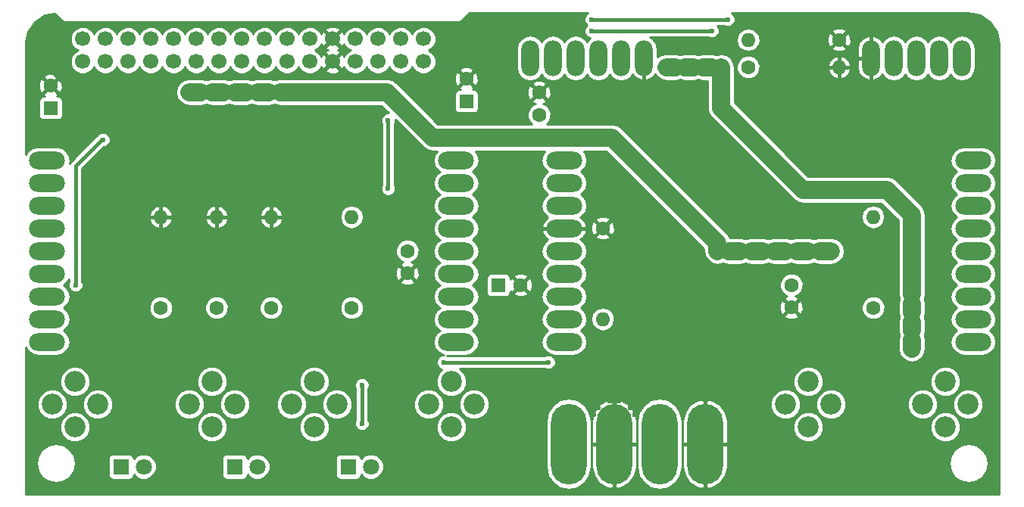
<source format=gbr>
G04 #@! TF.FileFunction,Copper,L1,Top,Signal*
%FSLAX46Y46*%
G04 Gerber Fmt 4.6, Leading zero omitted, Abs format (unit mm)*
G04 Created by KiCad (PCBNEW 4.0.6) date 12/04/17 20:43:53*
%MOMM*%
%LPD*%
G01*
G04 APERTURE LIST*
%ADD10C,0.050000*%
%ADD11O,4.000000X2.000000*%
%ADD12R,1.600000X1.600000*%
%ADD13C,1.600000*%
%ADD14R,1.800000X1.800000*%
%ADD15C,1.800000*%
%ADD16C,2.350000*%
%ADD17O,4.000000X9.000000*%
%ADD18C,1.700000*%
%ADD19O,1.600000X1.600000*%
%ADD20O,2.000000X4.000000*%
%ADD21C,0.600000*%
%ADD22C,0.400000*%
%ADD23C,2.000000*%
%ADD24C,0.254000*%
G04 APERTURE END LIST*
D10*
D11*
X73025000Y-54610000D03*
X73025000Y-59690000D03*
X73025000Y-69850000D03*
X118745000Y-52070000D03*
X118745000Y-62230000D03*
X118745000Y-72390000D03*
X73025000Y-52070000D03*
X73025000Y-57150000D03*
X73025000Y-64770000D03*
X73025000Y-67310000D03*
X73025000Y-72390000D03*
X118745000Y-54610000D03*
X118745000Y-57150000D03*
X118745000Y-59690000D03*
X118745000Y-64770000D03*
X118745000Y-67310000D03*
X118745000Y-69850000D03*
X73025000Y-62230000D03*
D12*
X119888000Y-45466000D03*
D13*
X119888000Y-42966000D03*
D12*
X73406000Y-46228000D03*
D13*
X73406000Y-43728000D03*
D12*
X123444000Y-66040000D03*
D13*
X125944000Y-66040000D03*
X128016000Y-46990000D03*
X128016000Y-44490000D03*
X156210000Y-66040000D03*
X156210000Y-68540000D03*
X113284000Y-62230000D03*
X113284000Y-64730000D03*
D14*
X106680000Y-86360000D03*
D15*
X109220000Y-86360000D03*
D14*
X81280000Y-86360000D03*
D15*
X83820000Y-86360000D03*
D14*
X93980000Y-86360000D03*
D15*
X96520000Y-86360000D03*
D16*
X115650000Y-79375000D03*
X120730000Y-79375000D03*
X105410000Y-79375000D03*
X100330000Y-79375000D03*
X118190000Y-76835000D03*
X118190000Y-81915000D03*
X102870000Y-76835000D03*
X102870000Y-81915000D03*
X78660000Y-79375000D03*
X73580000Y-79375000D03*
X88900000Y-79375000D03*
X93980000Y-79375000D03*
X76120000Y-81915000D03*
X76120000Y-76835000D03*
X91440000Y-81915000D03*
X91440000Y-76835000D03*
X170895000Y-79375000D03*
X175975000Y-79375000D03*
X160655000Y-79375000D03*
X155575000Y-79375000D03*
X173435000Y-76835000D03*
X173435000Y-81915000D03*
X158115000Y-76835000D03*
X158115000Y-81915000D03*
D17*
X131318000Y-83820000D03*
X136398000Y-83820000D03*
X141478000Y-83820000D03*
X146558000Y-83820000D03*
D18*
X77000000Y-38500000D03*
X77000000Y-41040000D03*
X79540000Y-38500000D03*
X79540000Y-41040000D03*
X82080000Y-38500000D03*
X82080000Y-41040000D03*
X84620000Y-38500000D03*
X84620000Y-41040000D03*
X87160000Y-38500000D03*
X87160000Y-41040000D03*
X89700000Y-38500000D03*
X89700000Y-41040000D03*
X92240000Y-38500000D03*
X92240000Y-41040000D03*
X94780000Y-38500000D03*
X94780000Y-41040000D03*
X97320000Y-38500000D03*
X97320000Y-41040000D03*
X99860000Y-38500000D03*
X99860000Y-41040000D03*
X102400000Y-38500000D03*
X102400000Y-41040000D03*
X104940000Y-38500000D03*
X104940000Y-41040000D03*
X107480000Y-38500000D03*
X107480000Y-41040000D03*
X110020000Y-38500000D03*
X110020000Y-41040000D03*
X112560000Y-38500000D03*
X112560000Y-41040000D03*
X115100000Y-38500000D03*
X115100000Y-41040000D03*
D13*
X135128000Y-59690000D03*
D19*
X135128000Y-69850000D03*
D13*
X165354000Y-68580000D03*
D19*
X165354000Y-58420000D03*
D13*
X151384000Y-41656000D03*
D19*
X161544000Y-41656000D03*
D13*
X107061000Y-68580000D03*
D19*
X107061000Y-58420000D03*
D13*
X161544000Y-38608000D03*
D19*
X151384000Y-38608000D03*
D13*
X98044000Y-68580000D03*
D19*
X98044000Y-58420000D03*
D13*
X85725000Y-68580000D03*
D19*
X85725000Y-58420000D03*
D13*
X91948000Y-68580000D03*
D19*
X91948000Y-58420000D03*
D11*
X130810000Y-54610000D03*
X130810000Y-59690000D03*
X130810000Y-69850000D03*
X176530000Y-52070000D03*
X176530000Y-62230000D03*
X176530000Y-72390000D03*
X130810000Y-52070000D03*
X130810000Y-57150000D03*
X130810000Y-64770000D03*
X130810000Y-67310000D03*
X130810000Y-72390000D03*
X176530000Y-54610000D03*
X176530000Y-57150000D03*
X176530000Y-59690000D03*
X176530000Y-64770000D03*
X176530000Y-67310000D03*
X176530000Y-69850000D03*
X130810000Y-62230000D03*
D20*
X175260000Y-40640000D03*
X172720000Y-40640000D03*
X170180000Y-40640000D03*
X167640000Y-40640000D03*
X165100000Y-40640000D03*
X139700000Y-40640000D03*
X137160000Y-40640000D03*
X134620000Y-40640000D03*
X132080000Y-40640000D03*
X129540000Y-40640000D03*
X127000000Y-40640000D03*
D21*
X76200000Y-66040000D03*
X79248000Y-49784000D03*
X108204000Y-81534000D03*
X108204000Y-77216000D03*
X129032000Y-74676000D03*
X117348000Y-74676000D03*
X114554000Y-87376000D03*
X114554000Y-88392000D03*
X115570000Y-88392000D03*
X115570000Y-87376000D03*
X116586000Y-87376000D03*
X116586000Y-88392000D03*
X117602000Y-88392000D03*
X117602000Y-87376000D03*
X118618000Y-87376000D03*
X118618000Y-88392000D03*
X119634000Y-88392000D03*
X119634000Y-87376000D03*
X131826000Y-89154000D03*
X130810000Y-89154000D03*
X129794000Y-89154000D03*
X128778000Y-89154000D03*
X133858000Y-88646000D03*
X136906000Y-89154000D03*
X135890000Y-89154000D03*
X134874000Y-89154000D03*
X132842000Y-89154000D03*
X140970000Y-89154000D03*
X141986000Y-89154000D03*
X143002000Y-89154000D03*
X144018000Y-89154000D03*
X138938000Y-88646000D03*
X137922000Y-89154000D03*
X139954000Y-89154000D03*
X139192000Y-79756000D03*
X138684000Y-80518000D03*
X134112000Y-80518000D03*
X134112000Y-78994000D03*
X134620000Y-79756000D03*
X133604000Y-79756000D03*
X135128000Y-78994000D03*
X136906000Y-78994000D03*
X135890000Y-78994000D03*
X138684000Y-78994000D03*
X138176000Y-79756000D03*
X137668000Y-78994000D03*
X138684000Y-44450000D03*
X137668000Y-44450000D03*
X136652000Y-44450000D03*
X135636000Y-44450000D03*
X134620000Y-44450000D03*
X133604000Y-44450000D03*
X90170000Y-63500000D03*
X88900000Y-63500000D03*
X88900000Y-62230000D03*
X90170000Y-62230000D03*
X91440000Y-62230000D03*
X91440000Y-63500000D03*
X102108000Y-70104000D03*
X103124000Y-70104000D03*
X104140000Y-70104000D03*
X104140000Y-69088000D03*
X103124000Y-69088000D03*
X102108000Y-69088000D03*
X102108000Y-68072000D03*
X103124000Y-68072000D03*
X104140000Y-68072000D03*
X73914000Y-40894000D03*
X72898000Y-40894000D03*
X71882000Y-40894000D03*
X71882000Y-39878000D03*
X72898000Y-39878000D03*
X73914000Y-39878000D03*
X73914000Y-38862000D03*
X72898000Y-38862000D03*
X71882000Y-38862000D03*
X148336000Y-55118000D03*
X148336000Y-56134000D03*
X148336000Y-57150000D03*
X151384000Y-55118000D03*
X148336000Y-58166000D03*
X149352000Y-58166000D03*
X149352000Y-57150000D03*
X149352000Y-56134000D03*
X149352000Y-55118000D03*
X150368000Y-55118000D03*
X150368000Y-56134000D03*
X150368000Y-57150000D03*
X150368000Y-58166000D03*
X151384000Y-58166000D03*
X151384000Y-57150000D03*
X151384000Y-56134000D03*
X145796000Y-44450000D03*
X144780000Y-44450000D03*
X143764000Y-44450000D03*
X142748000Y-44450000D03*
X141732000Y-44450000D03*
X140716000Y-44450000D03*
X139700000Y-44450000D03*
X88900000Y-60960000D03*
X91440000Y-60960000D03*
X90170000Y-60960000D03*
X78740000Y-66040000D03*
X77470000Y-66040000D03*
X77470000Y-64770000D03*
X78740000Y-64770000D03*
X78740000Y-63500000D03*
X77470000Y-63500000D03*
X77470000Y-62230000D03*
X78740000Y-62230000D03*
X78740000Y-60960000D03*
X77470000Y-60960000D03*
X77470000Y-59690000D03*
X78740000Y-59690000D03*
X95250000Y-44450000D03*
X96520000Y-44450000D03*
X97790000Y-44450000D03*
X99060000Y-44450000D03*
X88900000Y-44450000D03*
X93980000Y-44450000D03*
X92710000Y-44450000D03*
X91440000Y-44450000D03*
X90170000Y-44450000D03*
X155575000Y-62230000D03*
X154305000Y-62230000D03*
X153035000Y-62230000D03*
X151765000Y-62230000D03*
X150495000Y-62230000D03*
X149225000Y-62230000D03*
X147955000Y-62230000D03*
X160655000Y-62230000D03*
X156845000Y-62230000D03*
X158115000Y-62230000D03*
X159385000Y-62230000D03*
X111125000Y-47625000D03*
X111125000Y-55245000D03*
X149098000Y-36322000D03*
X133858000Y-36322000D03*
X133858000Y-37592000D03*
X147320000Y-37592000D03*
X169672000Y-67056000D03*
X148336000Y-41656000D03*
X147320000Y-41656000D03*
X146304000Y-41656000D03*
X145288000Y-41656000D03*
X144272000Y-41656000D03*
X143256000Y-41656000D03*
X142240000Y-41656000D03*
X169672000Y-73152000D03*
X169672000Y-72136000D03*
X169672000Y-71120000D03*
X169672000Y-70104000D03*
X169672000Y-69088000D03*
X169672000Y-68072000D03*
D22*
X76200000Y-52705000D02*
X79121000Y-49784000D01*
X76200000Y-52705000D02*
X76200000Y-66040000D01*
X79121000Y-49784000D02*
X79248000Y-49784000D01*
X108204000Y-81534000D02*
X108204000Y-77216000D01*
X129032000Y-74676000D02*
X117348000Y-74676000D01*
X128778000Y-89154000D02*
X127000000Y-87376000D01*
D23*
X111252000Y-77216000D02*
X111252000Y-84074000D01*
X111252000Y-84074000D02*
X114554000Y-87376000D01*
X114554000Y-88392000D02*
X115570000Y-88392000D01*
X115570000Y-87376000D02*
X116586000Y-87376000D01*
X116586000Y-88392000D02*
X117602000Y-88392000D01*
X117602000Y-87376000D02*
X118618000Y-87376000D01*
X118618000Y-88392000D02*
X119634000Y-88392000D01*
X104140000Y-70104000D02*
X111252000Y-77216000D01*
D22*
X130810000Y-89154000D02*
X129794000Y-89154000D01*
X134366000Y-88646000D02*
X133858000Y-88646000D01*
X134874000Y-89154000D02*
X135890000Y-89154000D01*
X135890000Y-89154000D02*
X136906000Y-89154000D01*
X134874000Y-89154000D02*
X134366000Y-88646000D01*
X132842000Y-89154000D02*
X131826000Y-89154000D01*
X127000000Y-87376000D02*
X119634000Y-87376000D01*
X139954000Y-89154000D02*
X140970000Y-89154000D01*
X141986000Y-89154000D02*
X143002000Y-89154000D01*
X138938000Y-88646000D02*
X139446000Y-89154000D01*
X139446000Y-89154000D02*
X139954000Y-89154000D01*
X139192000Y-79756000D02*
X138684000Y-80264000D01*
X138684000Y-80264000D02*
X138684000Y-80518000D01*
X135128000Y-78994000D02*
X134112000Y-78994000D01*
X134620000Y-79756000D02*
X133604000Y-79756000D01*
X135890000Y-78994000D02*
X136906000Y-78994000D01*
X138684000Y-79248000D02*
X138684000Y-78994000D01*
X139192000Y-79756000D02*
X138176000Y-79756000D01*
X139192000Y-79756000D02*
X138684000Y-79248000D01*
D23*
X137668000Y-44450000D02*
X138684000Y-44450000D01*
X136652000Y-44450000D02*
X135636000Y-44450000D01*
X134620000Y-44450000D02*
X133604000Y-44450000D01*
X91440000Y-63500000D02*
X99568000Y-63500000D01*
D22*
X90170000Y-63500000D02*
X91440000Y-63500000D01*
X88900000Y-62230000D02*
X88900000Y-63500000D01*
X91440000Y-62230000D02*
X90170000Y-62230000D01*
D23*
X103124000Y-70104000D02*
X102108000Y-70104000D01*
X104140000Y-69088000D02*
X104140000Y-70104000D01*
X102108000Y-69088000D02*
X103124000Y-69088000D01*
X103124000Y-68072000D02*
X102108000Y-68072000D01*
X99568000Y-63500000D02*
X104140000Y-68072000D01*
X73914000Y-40894000D02*
X73914000Y-41402000D01*
X88900000Y-56388000D02*
X88900000Y-60960000D01*
X73914000Y-41402000D02*
X88900000Y-56388000D01*
X73914000Y-40894000D02*
X72898000Y-40894000D01*
X71882000Y-40894000D02*
X71882000Y-39878000D01*
X72898000Y-39878000D02*
X73914000Y-39878000D01*
X73914000Y-38862000D02*
X72898000Y-38862000D01*
X140716000Y-44450000D02*
X140716000Y-48006000D01*
X140716000Y-48006000D02*
X147828000Y-55118000D01*
X147828000Y-55118000D02*
X148336000Y-55118000D01*
X148336000Y-56134000D02*
X148336000Y-57150000D01*
X148336000Y-58166000D02*
X149352000Y-58166000D01*
X149352000Y-57150000D02*
X149352000Y-56134000D01*
X149352000Y-55118000D02*
X150368000Y-55118000D01*
X150368000Y-56134000D02*
X150368000Y-57150000D01*
X150368000Y-58166000D02*
X151384000Y-58166000D01*
X151384000Y-57150000D02*
X151384000Y-56134000D01*
X143764000Y-44450000D02*
X144780000Y-44450000D01*
X141732000Y-44450000D02*
X142748000Y-44450000D01*
X139700000Y-44450000D02*
X140716000Y-44450000D01*
D22*
X78740000Y-60960000D02*
X88900000Y-60960000D01*
X90170000Y-60960000D02*
X91440000Y-60960000D01*
X77470000Y-66040000D02*
X78740000Y-66040000D01*
X78740000Y-64770000D02*
X77470000Y-64770000D01*
X77470000Y-63500000D02*
X78740000Y-63500000D01*
X78740000Y-62230000D02*
X77470000Y-62230000D01*
X77470000Y-60960000D02*
X78740000Y-60960000D01*
X78740000Y-59690000D02*
X77470000Y-59690000D01*
D23*
X136906000Y-50292000D02*
X136144000Y-49530000D01*
X114554000Y-48006000D02*
X110998000Y-44450000D01*
X110998000Y-44450000D02*
X99060000Y-44450000D01*
X96520000Y-44450000D02*
X97790000Y-44450000D01*
X91440000Y-44450000D02*
X92710000Y-44450000D01*
X88900000Y-44450000D02*
X90170000Y-44450000D01*
X93980000Y-44450000D02*
X95250000Y-44450000D01*
X142240000Y-55626000D02*
X136906000Y-50292000D01*
X147955000Y-62230000D02*
X147955000Y-61341000D01*
X155575000Y-62230000D02*
X154305000Y-62230000D01*
X153035000Y-62230000D02*
X151765000Y-62230000D01*
X150495000Y-62230000D02*
X149225000Y-62230000D01*
X147955000Y-61341000D02*
X142240000Y-55626000D01*
X116078000Y-49530000D02*
X114554000Y-48006000D01*
X136144000Y-49530000D02*
X116078000Y-49530000D01*
X158115000Y-62230000D02*
X156845000Y-62230000D01*
X160655000Y-62230000D02*
X159385000Y-62230000D01*
D22*
X111125000Y-55245000D02*
X111125000Y-47625000D01*
X133858000Y-36322000D02*
X149098000Y-36322000D01*
X146050000Y-37592000D02*
X147320000Y-37592000D01*
X133858000Y-37592000D02*
X146050000Y-37592000D01*
D23*
X148336000Y-46228000D02*
X157480000Y-55372000D01*
X157480000Y-55372000D02*
X166878000Y-55372000D01*
X166878000Y-55372000D02*
X169672000Y-58166000D01*
X169672000Y-58166000D02*
X169672000Y-67056000D01*
X146304000Y-41656000D02*
X147320000Y-41656000D01*
X144272000Y-41656000D02*
X145288000Y-41656000D01*
X142240000Y-41656000D02*
X143256000Y-41656000D01*
X148336000Y-41656000D02*
X148336000Y-46228000D01*
X169672000Y-72136000D02*
X169672000Y-73152000D01*
X169672000Y-70104000D02*
X169672000Y-71120000D01*
X169672000Y-68072000D02*
X169672000Y-69088000D01*
D24*
G36*
X133390154Y-35620495D02*
X133157312Y-35852930D01*
X133031144Y-36156778D01*
X133030857Y-36485779D01*
X133156495Y-36789846D01*
X133323445Y-36957088D01*
X133157312Y-37122930D01*
X133031144Y-37426778D01*
X133030857Y-37755779D01*
X133156495Y-38059846D01*
X133388930Y-38292688D01*
X133683518Y-38415011D01*
X133540248Y-38510741D01*
X133350000Y-38795467D01*
X133159752Y-38510741D01*
X132664358Y-38179729D01*
X132080000Y-38063493D01*
X131495642Y-38179729D01*
X131000248Y-38510741D01*
X130810000Y-38795467D01*
X130619752Y-38510741D01*
X130124358Y-38179729D01*
X129540000Y-38063493D01*
X128955642Y-38179729D01*
X128460248Y-38510741D01*
X128270000Y-38795467D01*
X128079752Y-38510741D01*
X127584358Y-38179729D01*
X127000000Y-38063493D01*
X126415642Y-38179729D01*
X125920248Y-38510741D01*
X125589236Y-39006135D01*
X125473000Y-39590493D01*
X125473000Y-41689507D01*
X125589236Y-42273865D01*
X125920248Y-42769259D01*
X126415642Y-43100271D01*
X127000000Y-43216507D01*
X127584358Y-43100271D01*
X128079752Y-42769259D01*
X128270000Y-42484533D01*
X128460248Y-42769259D01*
X128955642Y-43100271D01*
X129540000Y-43216507D01*
X130124358Y-43100271D01*
X130619752Y-42769259D01*
X130810000Y-42484533D01*
X131000248Y-42769259D01*
X131495642Y-43100271D01*
X132080000Y-43216507D01*
X132664358Y-43100271D01*
X133159752Y-42769259D01*
X133350000Y-42484533D01*
X133540248Y-42769259D01*
X134035642Y-43100271D01*
X134620000Y-43216507D01*
X135204358Y-43100271D01*
X135699752Y-42769259D01*
X135890000Y-42484533D01*
X136080248Y-42769259D01*
X136575642Y-43100271D01*
X137160000Y-43216507D01*
X137744358Y-43100271D01*
X138239752Y-42769259D01*
X138444105Y-42463423D01*
X138671867Y-42771371D01*
X139183086Y-43078700D01*
X139389296Y-43135056D01*
X139627000Y-43033339D01*
X139627000Y-40713000D01*
X139607000Y-40713000D01*
X139607000Y-40567000D01*
X139627000Y-40567000D01*
X139627000Y-40547000D01*
X139773000Y-40547000D01*
X139773000Y-40567000D01*
X139793000Y-40567000D01*
X139793000Y-40713000D01*
X139773000Y-40713000D01*
X139773000Y-43033339D01*
X140010704Y-43135056D01*
X140216914Y-43078700D01*
X140728133Y-42771371D01*
X140967657Y-42447519D01*
X141160248Y-42735752D01*
X141655642Y-43066764D01*
X142240000Y-43183000D01*
X143256000Y-43183000D01*
X143764000Y-43081953D01*
X144272000Y-43183000D01*
X145288000Y-43183000D01*
X145796000Y-43081953D01*
X146304000Y-43183000D01*
X146809000Y-43183000D01*
X146809000Y-46228000D01*
X146925236Y-46812358D01*
X147069324Y-47028000D01*
X147256248Y-47307752D01*
X156400248Y-56451752D01*
X156895642Y-56782764D01*
X157480000Y-56899000D01*
X166245496Y-56899000D01*
X168145000Y-58798504D01*
X168145000Y-67056000D01*
X168246047Y-67564000D01*
X168145000Y-68072000D01*
X168145000Y-69088000D01*
X168246047Y-69596000D01*
X168145000Y-70104000D01*
X168145000Y-71120000D01*
X168246047Y-71628000D01*
X168145000Y-72136000D01*
X168145000Y-73152000D01*
X168261236Y-73736358D01*
X168592248Y-74231752D01*
X169087642Y-74562764D01*
X169672000Y-74679000D01*
X170256358Y-74562764D01*
X170751752Y-74231752D01*
X171082764Y-73736358D01*
X171199000Y-73152000D01*
X171199000Y-72136000D01*
X171097953Y-71628000D01*
X171199000Y-71120000D01*
X171199000Y-70104000D01*
X171097953Y-69596000D01*
X171199000Y-69088000D01*
X171199000Y-68072000D01*
X171097953Y-67564000D01*
X171199000Y-67056000D01*
X171199000Y-58166000D01*
X171143341Y-57886182D01*
X171082765Y-57581643D01*
X170751752Y-57086248D01*
X167957752Y-54292248D01*
X167462358Y-53961236D01*
X166878000Y-53845000D01*
X158112504Y-53845000D01*
X156337504Y-52070000D01*
X173953493Y-52070000D01*
X174069729Y-52654358D01*
X174400741Y-53149752D01*
X174685467Y-53340000D01*
X174400741Y-53530248D01*
X174069729Y-54025642D01*
X173953493Y-54610000D01*
X174069729Y-55194358D01*
X174400741Y-55689752D01*
X174685467Y-55880000D01*
X174400741Y-56070248D01*
X174069729Y-56565642D01*
X173953493Y-57150000D01*
X174069729Y-57734358D01*
X174400741Y-58229752D01*
X174685467Y-58420000D01*
X174400741Y-58610248D01*
X174069729Y-59105642D01*
X173953493Y-59690000D01*
X174069729Y-60274358D01*
X174400741Y-60769752D01*
X174685467Y-60960000D01*
X174400741Y-61150248D01*
X174069729Y-61645642D01*
X173953493Y-62230000D01*
X174069729Y-62814358D01*
X174400741Y-63309752D01*
X174685467Y-63500000D01*
X174400741Y-63690248D01*
X174069729Y-64185642D01*
X173953493Y-64770000D01*
X174069729Y-65354358D01*
X174400741Y-65849752D01*
X174685467Y-66040000D01*
X174400741Y-66230248D01*
X174069729Y-66725642D01*
X173953493Y-67310000D01*
X174069729Y-67894358D01*
X174400741Y-68389752D01*
X174685467Y-68580000D01*
X174400741Y-68770248D01*
X174069729Y-69265642D01*
X173953493Y-69850000D01*
X174069729Y-70434358D01*
X174400741Y-70929752D01*
X174685467Y-71120000D01*
X174400741Y-71310248D01*
X174069729Y-71805642D01*
X173953493Y-72390000D01*
X174069729Y-72974358D01*
X174400741Y-73469752D01*
X174896135Y-73800764D01*
X175480493Y-73917000D01*
X177579507Y-73917000D01*
X178163865Y-73800764D01*
X178659259Y-73469752D01*
X178990271Y-72974358D01*
X179106507Y-72390000D01*
X178990271Y-71805642D01*
X178659259Y-71310248D01*
X178374533Y-71120000D01*
X178659259Y-70929752D01*
X178990271Y-70434358D01*
X179106507Y-69850000D01*
X178990271Y-69265642D01*
X178659259Y-68770248D01*
X178374533Y-68580000D01*
X178659259Y-68389752D01*
X178990271Y-67894358D01*
X179106507Y-67310000D01*
X178990271Y-66725642D01*
X178659259Y-66230248D01*
X178374533Y-66040000D01*
X178659259Y-65849752D01*
X178990271Y-65354358D01*
X179106507Y-64770000D01*
X178990271Y-64185642D01*
X178659259Y-63690248D01*
X178374533Y-63500000D01*
X178659259Y-63309752D01*
X178990271Y-62814358D01*
X179106507Y-62230000D01*
X178990271Y-61645642D01*
X178659259Y-61150248D01*
X178374533Y-60960000D01*
X178659259Y-60769752D01*
X178990271Y-60274358D01*
X179106507Y-59690000D01*
X178990271Y-59105642D01*
X178659259Y-58610248D01*
X178374533Y-58420000D01*
X178659259Y-58229752D01*
X178990271Y-57734358D01*
X179106507Y-57150000D01*
X178990271Y-56565642D01*
X178659259Y-56070248D01*
X178374533Y-55880000D01*
X178659259Y-55689752D01*
X178990271Y-55194358D01*
X179106507Y-54610000D01*
X178990271Y-54025642D01*
X178659259Y-53530248D01*
X178374533Y-53340000D01*
X178659259Y-53149752D01*
X178990271Y-52654358D01*
X179106507Y-52070000D01*
X178990271Y-51485642D01*
X178659259Y-50990248D01*
X178163865Y-50659236D01*
X177579507Y-50543000D01*
X175480493Y-50543000D01*
X174896135Y-50659236D01*
X174400741Y-50990248D01*
X174069729Y-51485642D01*
X173953493Y-52070000D01*
X156337504Y-52070000D01*
X149863000Y-45595496D01*
X149863000Y-41918798D01*
X150056771Y-41918798D01*
X150258369Y-42406703D01*
X150631334Y-42780319D01*
X151118885Y-42982769D01*
X151646798Y-42983229D01*
X152134703Y-42781631D01*
X152508319Y-42408666D01*
X152704847Y-41935376D01*
X160246742Y-41935376D01*
X160429147Y-42375756D01*
X160789449Y-42747603D01*
X161264624Y-42953264D01*
X161471000Y-42849247D01*
X161471000Y-41729000D01*
X161617000Y-41729000D01*
X161617000Y-42849247D01*
X161823376Y-42953264D01*
X162298551Y-42747603D01*
X162658853Y-42375756D01*
X162841258Y-41935376D01*
X162737019Y-41729000D01*
X161617000Y-41729000D01*
X161471000Y-41729000D01*
X160350981Y-41729000D01*
X160246742Y-41935376D01*
X152704847Y-41935376D01*
X152710769Y-41921115D01*
X152711229Y-41393202D01*
X152704380Y-41376624D01*
X160246742Y-41376624D01*
X160350981Y-41583000D01*
X161471000Y-41583000D01*
X161471000Y-40462753D01*
X161617000Y-40462753D01*
X161617000Y-41583000D01*
X162737019Y-41583000D01*
X162841258Y-41376624D01*
X162658853Y-40936244D01*
X162442541Y-40713000D01*
X163573000Y-40713000D01*
X163573000Y-41713000D01*
X163717172Y-42291801D01*
X164071867Y-42771371D01*
X164583086Y-43078700D01*
X164789296Y-43135056D01*
X165027000Y-43033339D01*
X165027000Y-40713000D01*
X163573000Y-40713000D01*
X162442541Y-40713000D01*
X162298551Y-40564397D01*
X161823376Y-40358736D01*
X161617000Y-40462753D01*
X161471000Y-40462753D01*
X161264624Y-40358736D01*
X160789449Y-40564397D01*
X160429147Y-40936244D01*
X160246742Y-41376624D01*
X152704380Y-41376624D01*
X152509631Y-40905297D01*
X152136666Y-40531681D01*
X151649115Y-40329231D01*
X151121202Y-40328771D01*
X150633297Y-40530369D01*
X150259681Y-40903334D01*
X150057231Y-41390885D01*
X150056771Y-41918798D01*
X149863000Y-41918798D01*
X149863000Y-41656000D01*
X149746764Y-41071642D01*
X149415752Y-40576248D01*
X148920358Y-40245236D01*
X148336000Y-40129000D01*
X147828000Y-40230047D01*
X147320000Y-40129000D01*
X146304000Y-40129000D01*
X145796000Y-40230047D01*
X145288000Y-40129000D01*
X144272000Y-40129000D01*
X143764000Y-40230047D01*
X143256000Y-40129000D01*
X142240000Y-40129000D01*
X141655642Y-40245236D01*
X141227000Y-40531646D01*
X141227000Y-39567000D01*
X141082828Y-38988199D01*
X140801629Y-38608000D01*
X150031003Y-38608000D01*
X150132015Y-39115821D01*
X150419672Y-39546331D01*
X150850182Y-39833988D01*
X151358003Y-39935000D01*
X151409997Y-39935000D01*
X151917818Y-39833988D01*
X152348328Y-39546331D01*
X152364834Y-39521627D01*
X160733611Y-39521627D01*
X160808945Y-39743911D01*
X161299592Y-39938739D01*
X161827449Y-39930973D01*
X162279055Y-39743911D01*
X162339011Y-39567000D01*
X163573000Y-39567000D01*
X163573000Y-40567000D01*
X165027000Y-40567000D01*
X165027000Y-38246661D01*
X165173000Y-38246661D01*
X165173000Y-40567000D01*
X165193000Y-40567000D01*
X165193000Y-40713000D01*
X165173000Y-40713000D01*
X165173000Y-43033339D01*
X165410704Y-43135056D01*
X165616914Y-43078700D01*
X166128133Y-42771371D01*
X166355895Y-42463423D01*
X166560248Y-42769259D01*
X167055642Y-43100271D01*
X167640000Y-43216507D01*
X168224358Y-43100271D01*
X168719752Y-42769259D01*
X168910000Y-42484533D01*
X169100248Y-42769259D01*
X169595642Y-43100271D01*
X170180000Y-43216507D01*
X170764358Y-43100271D01*
X171259752Y-42769259D01*
X171450000Y-42484533D01*
X171640248Y-42769259D01*
X172135642Y-43100271D01*
X172720000Y-43216507D01*
X173304358Y-43100271D01*
X173799752Y-42769259D01*
X173990000Y-42484533D01*
X174180248Y-42769259D01*
X174675642Y-43100271D01*
X175260000Y-43216507D01*
X175844358Y-43100271D01*
X176339752Y-42769259D01*
X176670764Y-42273865D01*
X176787000Y-41689507D01*
X176787000Y-39590493D01*
X176670764Y-39006135D01*
X176339752Y-38510741D01*
X175844358Y-38179729D01*
X175260000Y-38063493D01*
X174675642Y-38179729D01*
X174180248Y-38510741D01*
X173990000Y-38795467D01*
X173799752Y-38510741D01*
X173304358Y-38179729D01*
X172720000Y-38063493D01*
X172135642Y-38179729D01*
X171640248Y-38510741D01*
X171450000Y-38795467D01*
X171259752Y-38510741D01*
X170764358Y-38179729D01*
X170180000Y-38063493D01*
X169595642Y-38179729D01*
X169100248Y-38510741D01*
X168910000Y-38795467D01*
X168719752Y-38510741D01*
X168224358Y-38179729D01*
X167640000Y-38063493D01*
X167055642Y-38179729D01*
X166560248Y-38510741D01*
X166355895Y-38816577D01*
X166128133Y-38508629D01*
X165616914Y-38201300D01*
X165410704Y-38144944D01*
X165173000Y-38246661D01*
X165027000Y-38246661D01*
X164789296Y-38144944D01*
X164583086Y-38201300D01*
X164071867Y-38508629D01*
X163717172Y-38988199D01*
X163573000Y-39567000D01*
X162339011Y-39567000D01*
X162354389Y-39521627D01*
X161544000Y-38711238D01*
X160733611Y-39521627D01*
X152364834Y-39521627D01*
X152635985Y-39115821D01*
X152736997Y-38608000D01*
X152688382Y-38363592D01*
X160213261Y-38363592D01*
X160221027Y-38891449D01*
X160408089Y-39343055D01*
X160630373Y-39418389D01*
X161440762Y-38608000D01*
X161647238Y-38608000D01*
X162457627Y-39418389D01*
X162679911Y-39343055D01*
X162874739Y-38852408D01*
X162866973Y-38324551D01*
X162679911Y-37872945D01*
X162457627Y-37797611D01*
X161647238Y-38608000D01*
X161440762Y-38608000D01*
X160630373Y-37797611D01*
X160408089Y-37872945D01*
X160213261Y-38363592D01*
X152688382Y-38363592D01*
X152635985Y-38100179D01*
X152364835Y-37694373D01*
X160733611Y-37694373D01*
X161544000Y-38504762D01*
X162354389Y-37694373D01*
X162279055Y-37472089D01*
X161788408Y-37277261D01*
X161260551Y-37285027D01*
X160808945Y-37472089D01*
X160733611Y-37694373D01*
X152364835Y-37694373D01*
X152348328Y-37669669D01*
X151917818Y-37382012D01*
X151409997Y-37281000D01*
X151358003Y-37281000D01*
X150850182Y-37382012D01*
X150419672Y-37669669D01*
X150132015Y-38100179D01*
X150031003Y-38608000D01*
X140801629Y-38608000D01*
X140728133Y-38508629D01*
X140412699Y-38319000D01*
X146914297Y-38319000D01*
X147154778Y-38418856D01*
X147483779Y-38419143D01*
X147787846Y-38293505D01*
X148020688Y-38061070D01*
X148146856Y-37757222D01*
X148147143Y-37428221D01*
X148021505Y-37124154D01*
X147946482Y-37049000D01*
X148692297Y-37049000D01*
X148932778Y-37148856D01*
X149261779Y-37149143D01*
X149565846Y-37023505D01*
X149798688Y-36791070D01*
X149924856Y-36487222D01*
X149925143Y-36158221D01*
X149799505Y-35854154D01*
X149567070Y-35621312D01*
X149520561Y-35602000D01*
X175940707Y-35602000D01*
X177295845Y-35871554D01*
X178394410Y-36605592D01*
X179128446Y-37704155D01*
X179398000Y-39059294D01*
X179398000Y-89398000D01*
X70602000Y-89398000D01*
X70602000Y-86000000D01*
X71798000Y-86000000D01*
X71965617Y-86842669D01*
X72442951Y-87557049D01*
X73157331Y-88034383D01*
X74000000Y-88202000D01*
X74842669Y-88034383D01*
X75557049Y-87557049D01*
X76034383Y-86842669D01*
X76202000Y-86000000D01*
X76094588Y-85460000D01*
X79842676Y-85460000D01*
X79842676Y-87260000D01*
X79879423Y-87455294D01*
X79994842Y-87634660D01*
X80170951Y-87754990D01*
X80380000Y-87797324D01*
X82180000Y-87797324D01*
X82375294Y-87760577D01*
X82554660Y-87645158D01*
X82674990Y-87469049D01*
X82714758Y-87272673D01*
X83010614Y-87569047D01*
X83534907Y-87786752D01*
X84102603Y-87787248D01*
X84627275Y-87570457D01*
X85029047Y-87169386D01*
X85246752Y-86645093D01*
X85247248Y-86077397D01*
X85030457Y-85552725D01*
X84937894Y-85460000D01*
X92542676Y-85460000D01*
X92542676Y-87260000D01*
X92579423Y-87455294D01*
X92694842Y-87634660D01*
X92870951Y-87754990D01*
X93080000Y-87797324D01*
X94880000Y-87797324D01*
X95075294Y-87760577D01*
X95254660Y-87645158D01*
X95374990Y-87469049D01*
X95414758Y-87272673D01*
X95710614Y-87569047D01*
X96234907Y-87786752D01*
X96802603Y-87787248D01*
X97327275Y-87570457D01*
X97729047Y-87169386D01*
X97946752Y-86645093D01*
X97947248Y-86077397D01*
X97730457Y-85552725D01*
X97637894Y-85460000D01*
X105242676Y-85460000D01*
X105242676Y-87260000D01*
X105279423Y-87455294D01*
X105394842Y-87634660D01*
X105570951Y-87754990D01*
X105780000Y-87797324D01*
X107580000Y-87797324D01*
X107775294Y-87760577D01*
X107954660Y-87645158D01*
X108074990Y-87469049D01*
X108114758Y-87272673D01*
X108410614Y-87569047D01*
X108934907Y-87786752D01*
X109502603Y-87787248D01*
X110027275Y-87570457D01*
X110429047Y-87169386D01*
X110646752Y-86645093D01*
X110647248Y-86077397D01*
X110430457Y-85552725D01*
X110029386Y-85150953D01*
X109505093Y-84933248D01*
X108937397Y-84932752D01*
X108412725Y-85149543D01*
X108114857Y-85446891D01*
X108080577Y-85264706D01*
X107965158Y-85085340D01*
X107789049Y-84965010D01*
X107580000Y-84922676D01*
X105780000Y-84922676D01*
X105584706Y-84959423D01*
X105405340Y-85074842D01*
X105285010Y-85250951D01*
X105242676Y-85460000D01*
X97637894Y-85460000D01*
X97329386Y-85150953D01*
X96805093Y-84933248D01*
X96237397Y-84932752D01*
X95712725Y-85149543D01*
X95414857Y-85446891D01*
X95380577Y-85264706D01*
X95265158Y-85085340D01*
X95089049Y-84965010D01*
X94880000Y-84922676D01*
X93080000Y-84922676D01*
X92884706Y-84959423D01*
X92705340Y-85074842D01*
X92585010Y-85250951D01*
X92542676Y-85460000D01*
X84937894Y-85460000D01*
X84629386Y-85150953D01*
X84105093Y-84933248D01*
X83537397Y-84932752D01*
X83012725Y-85149543D01*
X82714857Y-85446891D01*
X82680577Y-85264706D01*
X82565158Y-85085340D01*
X82389049Y-84965010D01*
X82180000Y-84922676D01*
X80380000Y-84922676D01*
X80184706Y-84959423D01*
X80005340Y-85074842D01*
X79885010Y-85250951D01*
X79842676Y-85460000D01*
X76094588Y-85460000D01*
X76034383Y-85157331D01*
X75557049Y-84442951D01*
X74842669Y-83965617D01*
X74000000Y-83798000D01*
X73157331Y-83965617D01*
X72442951Y-84442951D01*
X71965617Y-85157331D01*
X71798000Y-86000000D01*
X70602000Y-86000000D01*
X70602000Y-82252063D01*
X74417705Y-82252063D01*
X74676273Y-82877846D01*
X75154636Y-83357044D01*
X75779966Y-83616704D01*
X76457063Y-83617295D01*
X77082846Y-83358727D01*
X77562044Y-82880364D01*
X77821704Y-82255034D01*
X77821706Y-82252063D01*
X89737705Y-82252063D01*
X89996273Y-82877846D01*
X90474636Y-83357044D01*
X91099966Y-83616704D01*
X91777063Y-83617295D01*
X92402846Y-83358727D01*
X92882044Y-82880364D01*
X93141704Y-82255034D01*
X93141706Y-82252063D01*
X101167705Y-82252063D01*
X101426273Y-82877846D01*
X101904636Y-83357044D01*
X102529966Y-83616704D01*
X103207063Y-83617295D01*
X103832846Y-83358727D01*
X104312044Y-82880364D01*
X104571704Y-82255034D01*
X104572295Y-81577937D01*
X104313727Y-80952154D01*
X103835364Y-80472956D01*
X103210034Y-80213296D01*
X102532937Y-80212705D01*
X101907154Y-80471273D01*
X101427956Y-80949636D01*
X101168296Y-81574966D01*
X101167705Y-82252063D01*
X93141706Y-82252063D01*
X93142295Y-81577937D01*
X92883727Y-80952154D01*
X92405364Y-80472956D01*
X91780034Y-80213296D01*
X91102937Y-80212705D01*
X90477154Y-80471273D01*
X89997956Y-80949636D01*
X89738296Y-81574966D01*
X89737705Y-82252063D01*
X77821706Y-82252063D01*
X77822295Y-81577937D01*
X77563727Y-80952154D01*
X77085364Y-80472956D01*
X76460034Y-80213296D01*
X75782937Y-80212705D01*
X75157154Y-80471273D01*
X74677956Y-80949636D01*
X74418296Y-81574966D01*
X74417705Y-82252063D01*
X70602000Y-82252063D01*
X70602000Y-79712063D01*
X71877705Y-79712063D01*
X72136273Y-80337846D01*
X72614636Y-80817044D01*
X73239966Y-81076704D01*
X73917063Y-81077295D01*
X74542846Y-80818727D01*
X75022044Y-80340364D01*
X75281704Y-79715034D01*
X75281706Y-79712063D01*
X76957705Y-79712063D01*
X77216273Y-80337846D01*
X77694636Y-80817044D01*
X78319966Y-81076704D01*
X78997063Y-81077295D01*
X79622846Y-80818727D01*
X80102044Y-80340364D01*
X80361704Y-79715034D01*
X80361706Y-79712063D01*
X87197705Y-79712063D01*
X87456273Y-80337846D01*
X87934636Y-80817044D01*
X88559966Y-81076704D01*
X89237063Y-81077295D01*
X89862846Y-80818727D01*
X90342044Y-80340364D01*
X90601704Y-79715034D01*
X90601706Y-79712063D01*
X92277705Y-79712063D01*
X92536273Y-80337846D01*
X93014636Y-80817044D01*
X93639966Y-81076704D01*
X94317063Y-81077295D01*
X94942846Y-80818727D01*
X95422044Y-80340364D01*
X95681704Y-79715034D01*
X95681706Y-79712063D01*
X98627705Y-79712063D01*
X98886273Y-80337846D01*
X99364636Y-80817044D01*
X99989966Y-81076704D01*
X100667063Y-81077295D01*
X101292846Y-80818727D01*
X101772044Y-80340364D01*
X102031704Y-79715034D01*
X102031706Y-79712063D01*
X103707705Y-79712063D01*
X103966273Y-80337846D01*
X104444636Y-80817044D01*
X105069966Y-81076704D01*
X105747063Y-81077295D01*
X106372846Y-80818727D01*
X106852044Y-80340364D01*
X107111704Y-79715034D01*
X107112295Y-79037937D01*
X106853727Y-78412154D01*
X106375364Y-77932956D01*
X105750034Y-77673296D01*
X105072937Y-77672705D01*
X104447154Y-77931273D01*
X103967956Y-78409636D01*
X103708296Y-79034966D01*
X103707705Y-79712063D01*
X102031706Y-79712063D01*
X102032295Y-79037937D01*
X101773727Y-78412154D01*
X101295364Y-77932956D01*
X100670034Y-77673296D01*
X99992937Y-77672705D01*
X99367154Y-77931273D01*
X98887956Y-78409636D01*
X98628296Y-79034966D01*
X98627705Y-79712063D01*
X95681706Y-79712063D01*
X95682295Y-79037937D01*
X95423727Y-78412154D01*
X94945364Y-77932956D01*
X94320034Y-77673296D01*
X93642937Y-77672705D01*
X93017154Y-77931273D01*
X92537956Y-78409636D01*
X92278296Y-79034966D01*
X92277705Y-79712063D01*
X90601706Y-79712063D01*
X90602295Y-79037937D01*
X90343727Y-78412154D01*
X89865364Y-77932956D01*
X89240034Y-77673296D01*
X88562937Y-77672705D01*
X87937154Y-77931273D01*
X87457956Y-78409636D01*
X87198296Y-79034966D01*
X87197705Y-79712063D01*
X80361706Y-79712063D01*
X80362295Y-79037937D01*
X80103727Y-78412154D01*
X79625364Y-77932956D01*
X79000034Y-77673296D01*
X78322937Y-77672705D01*
X77697154Y-77931273D01*
X77217956Y-78409636D01*
X76958296Y-79034966D01*
X76957705Y-79712063D01*
X75281706Y-79712063D01*
X75282295Y-79037937D01*
X75023727Y-78412154D01*
X74545364Y-77932956D01*
X73920034Y-77673296D01*
X73242937Y-77672705D01*
X72617154Y-77931273D01*
X72137956Y-78409636D01*
X71878296Y-79034966D01*
X71877705Y-79712063D01*
X70602000Y-79712063D01*
X70602000Y-77172063D01*
X74417705Y-77172063D01*
X74676273Y-77797846D01*
X75154636Y-78277044D01*
X75779966Y-78536704D01*
X76457063Y-78537295D01*
X77082846Y-78278727D01*
X77562044Y-77800364D01*
X77821704Y-77175034D01*
X77821706Y-77172063D01*
X89737705Y-77172063D01*
X89996273Y-77797846D01*
X90474636Y-78277044D01*
X91099966Y-78536704D01*
X91777063Y-78537295D01*
X92402846Y-78278727D01*
X92882044Y-77800364D01*
X93141704Y-77175034D01*
X93141706Y-77172063D01*
X101167705Y-77172063D01*
X101426273Y-77797846D01*
X101904636Y-78277044D01*
X102529966Y-78536704D01*
X103207063Y-78537295D01*
X103832846Y-78278727D01*
X104312044Y-77800364D01*
X104486686Y-77379779D01*
X107376857Y-77379779D01*
X107477000Y-77622143D01*
X107477000Y-81128297D01*
X107377144Y-81368778D01*
X107376857Y-81697779D01*
X107502495Y-82001846D01*
X107734930Y-82234688D01*
X108038778Y-82360856D01*
X108367779Y-82361143D01*
X108631772Y-82252063D01*
X116487705Y-82252063D01*
X116746273Y-82877846D01*
X117224636Y-83357044D01*
X117849966Y-83616704D01*
X118527063Y-83617295D01*
X119152846Y-83358727D01*
X119632044Y-82880364D01*
X119891704Y-82255034D01*
X119892295Y-81577937D01*
X119745025Y-81221515D01*
X128791000Y-81221515D01*
X128791000Y-86418485D01*
X128983356Y-87385526D01*
X129531141Y-88205344D01*
X130350959Y-88753129D01*
X131318000Y-88945485D01*
X132285041Y-88753129D01*
X133104859Y-88205344D01*
X133652644Y-87385526D01*
X133845000Y-86418485D01*
X133845000Y-83893000D01*
X133871000Y-83893000D01*
X133871000Y-86393000D01*
X134091292Y-87354484D01*
X134662760Y-88158478D01*
X135498402Y-88682580D01*
X135930754Y-88803427D01*
X136325000Y-88714137D01*
X136325000Y-83893000D01*
X136471000Y-83893000D01*
X136471000Y-88714137D01*
X136865246Y-88803427D01*
X137297598Y-88682580D01*
X138133240Y-88158478D01*
X138704708Y-87354484D01*
X138925000Y-86393000D01*
X138925000Y-83893000D01*
X136471000Y-83893000D01*
X136325000Y-83893000D01*
X133871000Y-83893000D01*
X133845000Y-83893000D01*
X133845000Y-81247000D01*
X133871000Y-81247000D01*
X133871000Y-83747000D01*
X136325000Y-83747000D01*
X136325000Y-78925863D01*
X136471000Y-78925863D01*
X136471000Y-83747000D01*
X138925000Y-83747000D01*
X138925000Y-81247000D01*
X138919161Y-81221515D01*
X138951000Y-81221515D01*
X138951000Y-86418485D01*
X139143356Y-87385526D01*
X139691141Y-88205344D01*
X140510959Y-88753129D01*
X141478000Y-88945485D01*
X142445041Y-88753129D01*
X143264859Y-88205344D01*
X143812644Y-87385526D01*
X144005000Y-86418485D01*
X144005000Y-83893000D01*
X144031000Y-83893000D01*
X144031000Y-86393000D01*
X144251292Y-87354484D01*
X144822760Y-88158478D01*
X145658402Y-88682580D01*
X146090754Y-88803427D01*
X146485000Y-88714137D01*
X146485000Y-83893000D01*
X146631000Y-83893000D01*
X146631000Y-88714137D01*
X147025246Y-88803427D01*
X147457598Y-88682580D01*
X148293240Y-88158478D01*
X148864708Y-87354484D01*
X149085000Y-86393000D01*
X149085000Y-86000000D01*
X173798000Y-86000000D01*
X173965617Y-86842669D01*
X174442951Y-87557049D01*
X175157331Y-88034383D01*
X176000000Y-88202000D01*
X176842669Y-88034383D01*
X177557049Y-87557049D01*
X178034383Y-86842669D01*
X178202000Y-86000000D01*
X178034383Y-85157331D01*
X177557049Y-84442951D01*
X176842669Y-83965617D01*
X176000000Y-83798000D01*
X175157331Y-83965617D01*
X174442951Y-84442951D01*
X173965617Y-85157331D01*
X173798000Y-86000000D01*
X149085000Y-86000000D01*
X149085000Y-83893000D01*
X146631000Y-83893000D01*
X146485000Y-83893000D01*
X144031000Y-83893000D01*
X144005000Y-83893000D01*
X144005000Y-81247000D01*
X144031000Y-81247000D01*
X144031000Y-83747000D01*
X146485000Y-83747000D01*
X146485000Y-78925863D01*
X146631000Y-78925863D01*
X146631000Y-83747000D01*
X149085000Y-83747000D01*
X149085000Y-82252063D01*
X156412705Y-82252063D01*
X156671273Y-82877846D01*
X157149636Y-83357044D01*
X157774966Y-83616704D01*
X158452063Y-83617295D01*
X159077846Y-83358727D01*
X159557044Y-82880364D01*
X159816704Y-82255034D01*
X159816706Y-82252063D01*
X171732705Y-82252063D01*
X171991273Y-82877846D01*
X172469636Y-83357044D01*
X173094966Y-83616704D01*
X173772063Y-83617295D01*
X174397846Y-83358727D01*
X174877044Y-82880364D01*
X175136704Y-82255034D01*
X175137295Y-81577937D01*
X174878727Y-80952154D01*
X174400364Y-80472956D01*
X173775034Y-80213296D01*
X173097937Y-80212705D01*
X172472154Y-80471273D01*
X171992956Y-80949636D01*
X171733296Y-81574966D01*
X171732705Y-82252063D01*
X159816706Y-82252063D01*
X159817295Y-81577937D01*
X159558727Y-80952154D01*
X159080364Y-80472956D01*
X158455034Y-80213296D01*
X157777937Y-80212705D01*
X157152154Y-80471273D01*
X156672956Y-80949636D01*
X156413296Y-81574966D01*
X156412705Y-82252063D01*
X149085000Y-82252063D01*
X149085000Y-81247000D01*
X148864708Y-80285516D01*
X148457106Y-79712063D01*
X153872705Y-79712063D01*
X154131273Y-80337846D01*
X154609636Y-80817044D01*
X155234966Y-81076704D01*
X155912063Y-81077295D01*
X156537846Y-80818727D01*
X157017044Y-80340364D01*
X157276704Y-79715034D01*
X157276706Y-79712063D01*
X158952705Y-79712063D01*
X159211273Y-80337846D01*
X159689636Y-80817044D01*
X160314966Y-81076704D01*
X160992063Y-81077295D01*
X161617846Y-80818727D01*
X162097044Y-80340364D01*
X162356704Y-79715034D01*
X162356706Y-79712063D01*
X169192705Y-79712063D01*
X169451273Y-80337846D01*
X169929636Y-80817044D01*
X170554966Y-81076704D01*
X171232063Y-81077295D01*
X171857846Y-80818727D01*
X172337044Y-80340364D01*
X172596704Y-79715034D01*
X172596706Y-79712063D01*
X174272705Y-79712063D01*
X174531273Y-80337846D01*
X175009636Y-80817044D01*
X175634966Y-81076704D01*
X176312063Y-81077295D01*
X176937846Y-80818727D01*
X177417044Y-80340364D01*
X177676704Y-79715034D01*
X177677295Y-79037937D01*
X177418727Y-78412154D01*
X176940364Y-77932956D01*
X176315034Y-77673296D01*
X175637937Y-77672705D01*
X175012154Y-77931273D01*
X174532956Y-78409636D01*
X174273296Y-79034966D01*
X174272705Y-79712063D01*
X172596706Y-79712063D01*
X172597295Y-79037937D01*
X172338727Y-78412154D01*
X171860364Y-77932956D01*
X171235034Y-77673296D01*
X170557937Y-77672705D01*
X169932154Y-77931273D01*
X169452956Y-78409636D01*
X169193296Y-79034966D01*
X169192705Y-79712063D01*
X162356706Y-79712063D01*
X162357295Y-79037937D01*
X162098727Y-78412154D01*
X161620364Y-77932956D01*
X160995034Y-77673296D01*
X160317937Y-77672705D01*
X159692154Y-77931273D01*
X159212956Y-78409636D01*
X158953296Y-79034966D01*
X158952705Y-79712063D01*
X157276706Y-79712063D01*
X157277295Y-79037937D01*
X157018727Y-78412154D01*
X156540364Y-77932956D01*
X155915034Y-77673296D01*
X155237937Y-77672705D01*
X154612154Y-77931273D01*
X154132956Y-78409636D01*
X153873296Y-79034966D01*
X153872705Y-79712063D01*
X148457106Y-79712063D01*
X148293240Y-79481522D01*
X147457598Y-78957420D01*
X147025246Y-78836573D01*
X146631000Y-78925863D01*
X146485000Y-78925863D01*
X146090754Y-78836573D01*
X145658402Y-78957420D01*
X144822760Y-79481522D01*
X144251292Y-80285516D01*
X144031000Y-81247000D01*
X144005000Y-81247000D01*
X144005000Y-81221515D01*
X143812644Y-80254474D01*
X143264859Y-79434656D01*
X142445041Y-78886871D01*
X141478000Y-78694515D01*
X140510959Y-78886871D01*
X139691141Y-79434656D01*
X139143356Y-80254474D01*
X138951000Y-81221515D01*
X138919161Y-81221515D01*
X138704708Y-80285516D01*
X138133240Y-79481522D01*
X137297598Y-78957420D01*
X136865246Y-78836573D01*
X136471000Y-78925863D01*
X136325000Y-78925863D01*
X135930754Y-78836573D01*
X135498402Y-78957420D01*
X134662760Y-79481522D01*
X134091292Y-80285516D01*
X133871000Y-81247000D01*
X133845000Y-81247000D01*
X133845000Y-81221515D01*
X133652644Y-80254474D01*
X133104859Y-79434656D01*
X132285041Y-78886871D01*
X131318000Y-78694515D01*
X130350959Y-78886871D01*
X129531141Y-79434656D01*
X128983356Y-80254474D01*
X128791000Y-81221515D01*
X119745025Y-81221515D01*
X119633727Y-80952154D01*
X119155364Y-80472956D01*
X118530034Y-80213296D01*
X117852937Y-80212705D01*
X117227154Y-80471273D01*
X116747956Y-80949636D01*
X116488296Y-81574966D01*
X116487705Y-82252063D01*
X108631772Y-82252063D01*
X108671846Y-82235505D01*
X108904688Y-82003070D01*
X109030856Y-81699222D01*
X109031143Y-81370221D01*
X108931000Y-81127857D01*
X108931000Y-79712063D01*
X113947705Y-79712063D01*
X114206273Y-80337846D01*
X114684636Y-80817044D01*
X115309966Y-81076704D01*
X115987063Y-81077295D01*
X116612846Y-80818727D01*
X117092044Y-80340364D01*
X117351704Y-79715034D01*
X117351706Y-79712063D01*
X119027705Y-79712063D01*
X119286273Y-80337846D01*
X119764636Y-80817044D01*
X120389966Y-81076704D01*
X121067063Y-81077295D01*
X121692846Y-80818727D01*
X122172044Y-80340364D01*
X122431704Y-79715034D01*
X122432295Y-79037937D01*
X122173727Y-78412154D01*
X121695364Y-77932956D01*
X121070034Y-77673296D01*
X120392937Y-77672705D01*
X119767154Y-77931273D01*
X119287956Y-78409636D01*
X119028296Y-79034966D01*
X119027705Y-79712063D01*
X117351706Y-79712063D01*
X117352295Y-79037937D01*
X117093727Y-78412154D01*
X116615364Y-77932956D01*
X115990034Y-77673296D01*
X115312937Y-77672705D01*
X114687154Y-77931273D01*
X114207956Y-78409636D01*
X113948296Y-79034966D01*
X113947705Y-79712063D01*
X108931000Y-79712063D01*
X108931000Y-77621703D01*
X109030856Y-77381222D01*
X109031143Y-77052221D01*
X108905505Y-76748154D01*
X108673070Y-76515312D01*
X108369222Y-76389144D01*
X108040221Y-76388857D01*
X107736154Y-76514495D01*
X107503312Y-76746930D01*
X107377144Y-77050778D01*
X107376857Y-77379779D01*
X104486686Y-77379779D01*
X104571704Y-77175034D01*
X104572295Y-76497937D01*
X104313727Y-75872154D01*
X103835364Y-75392956D01*
X103210034Y-75133296D01*
X102532937Y-75132705D01*
X101907154Y-75391273D01*
X101427956Y-75869636D01*
X101168296Y-76494966D01*
X101167705Y-77172063D01*
X93141706Y-77172063D01*
X93142295Y-76497937D01*
X92883727Y-75872154D01*
X92405364Y-75392956D01*
X91780034Y-75133296D01*
X91102937Y-75132705D01*
X90477154Y-75391273D01*
X89997956Y-75869636D01*
X89738296Y-76494966D01*
X89737705Y-77172063D01*
X77821706Y-77172063D01*
X77822295Y-76497937D01*
X77563727Y-75872154D01*
X77085364Y-75392956D01*
X76460034Y-75133296D01*
X75782937Y-75132705D01*
X75157154Y-75391273D01*
X74677956Y-75869636D01*
X74418296Y-76494966D01*
X74417705Y-77172063D01*
X70602000Y-77172063D01*
X70602000Y-73030138D01*
X70895741Y-73469752D01*
X71391135Y-73800764D01*
X71975493Y-73917000D01*
X74074507Y-73917000D01*
X74658865Y-73800764D01*
X75154259Y-73469752D01*
X75485271Y-72974358D01*
X75601507Y-72390000D01*
X75485271Y-71805642D01*
X75154259Y-71310248D01*
X74869533Y-71120000D01*
X75154259Y-70929752D01*
X75485271Y-70434358D01*
X75601507Y-69850000D01*
X75485271Y-69265642D01*
X75202736Y-68842798D01*
X84397771Y-68842798D01*
X84599369Y-69330703D01*
X84972334Y-69704319D01*
X85459885Y-69906769D01*
X85987798Y-69907229D01*
X86475703Y-69705631D01*
X86849319Y-69332666D01*
X87051769Y-68845115D01*
X87051771Y-68842798D01*
X90620771Y-68842798D01*
X90822369Y-69330703D01*
X91195334Y-69704319D01*
X91682885Y-69906769D01*
X92210798Y-69907229D01*
X92698703Y-69705631D01*
X93072319Y-69332666D01*
X93274769Y-68845115D01*
X93274771Y-68842798D01*
X96716771Y-68842798D01*
X96918369Y-69330703D01*
X97291334Y-69704319D01*
X97778885Y-69906769D01*
X98306798Y-69907229D01*
X98794703Y-69705631D01*
X99168319Y-69332666D01*
X99370769Y-68845115D01*
X99370771Y-68842798D01*
X105733771Y-68842798D01*
X105935369Y-69330703D01*
X106308334Y-69704319D01*
X106795885Y-69906769D01*
X107323798Y-69907229D01*
X107811703Y-69705631D01*
X108185319Y-69332666D01*
X108387769Y-68845115D01*
X108388229Y-68317202D01*
X108186631Y-67829297D01*
X107813666Y-67455681D01*
X107326115Y-67253231D01*
X106798202Y-67252771D01*
X106310297Y-67454369D01*
X105936681Y-67827334D01*
X105734231Y-68314885D01*
X105733771Y-68842798D01*
X99370771Y-68842798D01*
X99371229Y-68317202D01*
X99169631Y-67829297D01*
X98796666Y-67455681D01*
X98309115Y-67253231D01*
X97781202Y-67252771D01*
X97293297Y-67454369D01*
X96919681Y-67827334D01*
X96717231Y-68314885D01*
X96716771Y-68842798D01*
X93274771Y-68842798D01*
X93275229Y-68317202D01*
X93073631Y-67829297D01*
X92700666Y-67455681D01*
X92213115Y-67253231D01*
X91685202Y-67252771D01*
X91197297Y-67454369D01*
X90823681Y-67827334D01*
X90621231Y-68314885D01*
X90620771Y-68842798D01*
X87051771Y-68842798D01*
X87052229Y-68317202D01*
X86850631Y-67829297D01*
X86477666Y-67455681D01*
X85990115Y-67253231D01*
X85462202Y-67252771D01*
X84974297Y-67454369D01*
X84600681Y-67827334D01*
X84398231Y-68314885D01*
X84397771Y-68842798D01*
X75202736Y-68842798D01*
X75154259Y-68770248D01*
X74869533Y-68580000D01*
X75154259Y-68389752D01*
X75485271Y-67894358D01*
X75601507Y-67310000D01*
X75485271Y-66725642D01*
X75154259Y-66230248D01*
X74869533Y-66040000D01*
X75154259Y-65849752D01*
X75473000Y-65372723D01*
X75473000Y-65634297D01*
X75373144Y-65874778D01*
X75372857Y-66203779D01*
X75498495Y-66507846D01*
X75730930Y-66740688D01*
X76034778Y-66866856D01*
X76363779Y-66867143D01*
X76667846Y-66741505D01*
X76900688Y-66509070D01*
X77026856Y-66205222D01*
X77027143Y-65876221D01*
X76931037Y-65643627D01*
X112473611Y-65643627D01*
X112548945Y-65865911D01*
X113039592Y-66060739D01*
X113567449Y-66052973D01*
X114019055Y-65865911D01*
X114094389Y-65643627D01*
X113284000Y-64833238D01*
X112473611Y-65643627D01*
X76931037Y-65643627D01*
X76927000Y-65633857D01*
X76927000Y-64485592D01*
X111953261Y-64485592D01*
X111961027Y-65013449D01*
X112148089Y-65465055D01*
X112370373Y-65540389D01*
X113180762Y-64730000D01*
X113387238Y-64730000D01*
X114197627Y-65540389D01*
X114419911Y-65465055D01*
X114614739Y-64974408D01*
X114606973Y-64446551D01*
X114419911Y-63994945D01*
X114197627Y-63919611D01*
X113387238Y-64730000D01*
X113180762Y-64730000D01*
X112370373Y-63919611D01*
X112148089Y-63994945D01*
X111953261Y-64485592D01*
X76927000Y-64485592D01*
X76927000Y-62492798D01*
X111956771Y-62492798D01*
X112158369Y-62980703D01*
X112531334Y-63354319D01*
X112829198Y-63478004D01*
X112548945Y-63594089D01*
X112473611Y-63816373D01*
X113284000Y-64626762D01*
X114094389Y-63816373D01*
X114019055Y-63594089D01*
X113732742Y-63480399D01*
X114034703Y-63355631D01*
X114408319Y-62982666D01*
X114610769Y-62495115D01*
X114611229Y-61967202D01*
X114409631Y-61479297D01*
X114036666Y-61105681D01*
X113549115Y-60903231D01*
X113021202Y-60902771D01*
X112533297Y-61104369D01*
X112159681Y-61477334D01*
X111957231Y-61964885D01*
X111956771Y-62492798D01*
X76927000Y-62492798D01*
X76927000Y-58699376D01*
X84427736Y-58699376D01*
X84633397Y-59174551D01*
X85005244Y-59534853D01*
X85445624Y-59717258D01*
X85652000Y-59613019D01*
X85652000Y-58493000D01*
X85798000Y-58493000D01*
X85798000Y-59613019D01*
X86004376Y-59717258D01*
X86444756Y-59534853D01*
X86816603Y-59174551D01*
X87022264Y-58699376D01*
X90650736Y-58699376D01*
X90856397Y-59174551D01*
X91228244Y-59534853D01*
X91668624Y-59717258D01*
X91875000Y-59613019D01*
X91875000Y-58493000D01*
X92021000Y-58493000D01*
X92021000Y-59613019D01*
X92227376Y-59717258D01*
X92667756Y-59534853D01*
X93039603Y-59174551D01*
X93245264Y-58699376D01*
X96746736Y-58699376D01*
X96952397Y-59174551D01*
X97324244Y-59534853D01*
X97764624Y-59717258D01*
X97971000Y-59613019D01*
X97971000Y-58493000D01*
X98117000Y-58493000D01*
X98117000Y-59613019D01*
X98323376Y-59717258D01*
X98763756Y-59534853D01*
X99135603Y-59174551D01*
X99341264Y-58699376D01*
X99237247Y-58493000D01*
X98117000Y-58493000D01*
X97971000Y-58493000D01*
X96850753Y-58493000D01*
X96746736Y-58699376D01*
X93245264Y-58699376D01*
X93141247Y-58493000D01*
X92021000Y-58493000D01*
X91875000Y-58493000D01*
X90754753Y-58493000D01*
X90650736Y-58699376D01*
X87022264Y-58699376D01*
X86918247Y-58493000D01*
X85798000Y-58493000D01*
X85652000Y-58493000D01*
X84531753Y-58493000D01*
X84427736Y-58699376D01*
X76927000Y-58699376D01*
X76927000Y-58394003D01*
X105734000Y-58394003D01*
X105734000Y-58445997D01*
X105835012Y-58953818D01*
X106122669Y-59384328D01*
X106553179Y-59671985D01*
X107061000Y-59772997D01*
X107568821Y-59671985D01*
X107999331Y-59384328D01*
X108286988Y-58953818D01*
X108388000Y-58445997D01*
X108388000Y-58394003D01*
X108286988Y-57886182D01*
X107999331Y-57455672D01*
X107568821Y-57168015D01*
X107061000Y-57067003D01*
X106553179Y-57168015D01*
X106122669Y-57455672D01*
X105835012Y-57886182D01*
X105734000Y-58394003D01*
X76927000Y-58394003D01*
X76927000Y-58140624D01*
X84427736Y-58140624D01*
X84531753Y-58347000D01*
X85652000Y-58347000D01*
X85652000Y-57226981D01*
X85798000Y-57226981D01*
X85798000Y-58347000D01*
X86918247Y-58347000D01*
X87022264Y-58140624D01*
X90650736Y-58140624D01*
X90754753Y-58347000D01*
X91875000Y-58347000D01*
X91875000Y-57226981D01*
X92021000Y-57226981D01*
X92021000Y-58347000D01*
X93141247Y-58347000D01*
X93245264Y-58140624D01*
X96746736Y-58140624D01*
X96850753Y-58347000D01*
X97971000Y-58347000D01*
X97971000Y-57226981D01*
X98117000Y-57226981D01*
X98117000Y-58347000D01*
X99237247Y-58347000D01*
X99341264Y-58140624D01*
X99135603Y-57665449D01*
X98763756Y-57305147D01*
X98323376Y-57122742D01*
X98117000Y-57226981D01*
X97971000Y-57226981D01*
X97764624Y-57122742D01*
X97324244Y-57305147D01*
X96952397Y-57665449D01*
X96746736Y-58140624D01*
X93245264Y-58140624D01*
X93039603Y-57665449D01*
X92667756Y-57305147D01*
X92227376Y-57122742D01*
X92021000Y-57226981D01*
X91875000Y-57226981D01*
X91668624Y-57122742D01*
X91228244Y-57305147D01*
X90856397Y-57665449D01*
X90650736Y-58140624D01*
X87022264Y-58140624D01*
X86816603Y-57665449D01*
X86444756Y-57305147D01*
X86004376Y-57122742D01*
X85798000Y-57226981D01*
X85652000Y-57226981D01*
X85445624Y-57122742D01*
X85005244Y-57305147D01*
X84633397Y-57665449D01*
X84427736Y-58140624D01*
X76927000Y-58140624D01*
X76927000Y-53006134D01*
X79322068Y-50611065D01*
X79411779Y-50611143D01*
X79715846Y-50485505D01*
X79948688Y-50253070D01*
X80074856Y-49949222D01*
X80075143Y-49620221D01*
X79949505Y-49316154D01*
X79717070Y-49083312D01*
X79413222Y-48957144D01*
X79084221Y-48956857D01*
X78780154Y-49082495D01*
X78547312Y-49314930D01*
X78536927Y-49339940D01*
X75685933Y-52190933D01*
X75531469Y-52422107D01*
X75601507Y-52070000D01*
X75485271Y-51485642D01*
X75154259Y-50990248D01*
X74658865Y-50659236D01*
X74074507Y-50543000D01*
X71975493Y-50543000D01*
X71391135Y-50659236D01*
X70895741Y-50990248D01*
X70602000Y-51429862D01*
X70602000Y-45428000D01*
X72068676Y-45428000D01*
X72068676Y-47028000D01*
X72105423Y-47223294D01*
X72220842Y-47402660D01*
X72396951Y-47522990D01*
X72606000Y-47565324D01*
X74206000Y-47565324D01*
X74401294Y-47528577D01*
X74580660Y-47413158D01*
X74700990Y-47237049D01*
X74743324Y-47028000D01*
X74743324Y-45428000D01*
X74706577Y-45232706D01*
X74591158Y-45053340D01*
X74415049Y-44933010D01*
X74206000Y-44890676D01*
X74076439Y-44890676D01*
X74141055Y-44863911D01*
X74216389Y-44641627D01*
X73406000Y-43831238D01*
X72595611Y-44641627D01*
X72670945Y-44863911D01*
X72738349Y-44890676D01*
X72606000Y-44890676D01*
X72410706Y-44927423D01*
X72231340Y-45042842D01*
X72111010Y-45218951D01*
X72068676Y-45428000D01*
X70602000Y-45428000D01*
X70602000Y-43483592D01*
X72075261Y-43483592D01*
X72083027Y-44011449D01*
X72270089Y-44463055D01*
X72492373Y-44538389D01*
X73302762Y-43728000D01*
X73509238Y-43728000D01*
X74319627Y-44538389D01*
X74541911Y-44463055D01*
X74547094Y-44450000D01*
X87373000Y-44450000D01*
X87489236Y-45034358D01*
X87820248Y-45529752D01*
X88315642Y-45860764D01*
X88900000Y-45977000D01*
X90170000Y-45977000D01*
X90754358Y-45860764D01*
X90805000Y-45826926D01*
X90855642Y-45860764D01*
X91440000Y-45977000D01*
X92710000Y-45977000D01*
X93294358Y-45860764D01*
X93345000Y-45826926D01*
X93395642Y-45860764D01*
X93980000Y-45977000D01*
X95250000Y-45977000D01*
X95834358Y-45860764D01*
X95885000Y-45826926D01*
X95935642Y-45860764D01*
X96520000Y-45977000D01*
X97790000Y-45977000D01*
X98374358Y-45860764D01*
X98425000Y-45826926D01*
X98475642Y-45860764D01*
X99060000Y-45977000D01*
X110365496Y-45977000D01*
X111186550Y-46798054D01*
X110961221Y-46797857D01*
X110657154Y-46923495D01*
X110424312Y-47155930D01*
X110298144Y-47459778D01*
X110297857Y-47788779D01*
X110398000Y-48031143D01*
X110398000Y-54839297D01*
X110298144Y-55079778D01*
X110297857Y-55408779D01*
X110423495Y-55712846D01*
X110655930Y-55945688D01*
X110959778Y-56071856D01*
X111288779Y-56072143D01*
X111592846Y-55946505D01*
X111825688Y-55714070D01*
X111951856Y-55410222D01*
X111952143Y-55081221D01*
X111852000Y-54838857D01*
X111852000Y-48030703D01*
X111951856Y-47790222D01*
X111952054Y-47563558D01*
X114998248Y-50609752D01*
X115493642Y-50940764D01*
X116078000Y-51057000D01*
X116571139Y-51057000D01*
X116284729Y-51485642D01*
X116168493Y-52070000D01*
X116284729Y-52654358D01*
X116615741Y-53149752D01*
X116900467Y-53340000D01*
X116615741Y-53530248D01*
X116284729Y-54025642D01*
X116168493Y-54610000D01*
X116284729Y-55194358D01*
X116615741Y-55689752D01*
X116900467Y-55880000D01*
X116615741Y-56070248D01*
X116284729Y-56565642D01*
X116168493Y-57150000D01*
X116284729Y-57734358D01*
X116615741Y-58229752D01*
X116900467Y-58420000D01*
X116615741Y-58610248D01*
X116284729Y-59105642D01*
X116168493Y-59690000D01*
X116284729Y-60274358D01*
X116615741Y-60769752D01*
X116900467Y-60960000D01*
X116615741Y-61150248D01*
X116284729Y-61645642D01*
X116168493Y-62230000D01*
X116284729Y-62814358D01*
X116615741Y-63309752D01*
X116900467Y-63500000D01*
X116615741Y-63690248D01*
X116284729Y-64185642D01*
X116168493Y-64770000D01*
X116284729Y-65354358D01*
X116615741Y-65849752D01*
X116900467Y-66040000D01*
X116615741Y-66230248D01*
X116284729Y-66725642D01*
X116168493Y-67310000D01*
X116284729Y-67894358D01*
X116615741Y-68389752D01*
X116900467Y-68580000D01*
X116615741Y-68770248D01*
X116284729Y-69265642D01*
X116168493Y-69850000D01*
X116284729Y-70434358D01*
X116615741Y-70929752D01*
X116900467Y-71120000D01*
X116615741Y-71310248D01*
X116284729Y-71805642D01*
X116168493Y-72390000D01*
X116284729Y-72974358D01*
X116615741Y-73469752D01*
X117111135Y-73800764D01*
X117353658Y-73849005D01*
X117184221Y-73848857D01*
X116880154Y-73974495D01*
X116647312Y-74206930D01*
X116521144Y-74510778D01*
X116520857Y-74839779D01*
X116646495Y-75143846D01*
X116878930Y-75376688D01*
X117135176Y-75483090D01*
X116747956Y-75869636D01*
X116488296Y-76494966D01*
X116487705Y-77172063D01*
X116746273Y-77797846D01*
X117224636Y-78277044D01*
X117849966Y-78536704D01*
X118527063Y-78537295D01*
X119152846Y-78278727D01*
X119632044Y-77800364D01*
X119891704Y-77175034D01*
X119891706Y-77172063D01*
X156412705Y-77172063D01*
X156671273Y-77797846D01*
X157149636Y-78277044D01*
X157774966Y-78536704D01*
X158452063Y-78537295D01*
X159077846Y-78278727D01*
X159557044Y-77800364D01*
X159816704Y-77175034D01*
X159816706Y-77172063D01*
X171732705Y-77172063D01*
X171991273Y-77797846D01*
X172469636Y-78277044D01*
X173094966Y-78536704D01*
X173772063Y-78537295D01*
X174397846Y-78278727D01*
X174877044Y-77800364D01*
X175136704Y-77175034D01*
X175137295Y-76497937D01*
X174878727Y-75872154D01*
X174400364Y-75392956D01*
X173775034Y-75133296D01*
X173097937Y-75132705D01*
X172472154Y-75391273D01*
X171992956Y-75869636D01*
X171733296Y-76494966D01*
X171732705Y-77172063D01*
X159816706Y-77172063D01*
X159817295Y-76497937D01*
X159558727Y-75872154D01*
X159080364Y-75392956D01*
X158455034Y-75133296D01*
X157777937Y-75132705D01*
X157152154Y-75391273D01*
X156672956Y-75869636D01*
X156413296Y-76494966D01*
X156412705Y-77172063D01*
X119891706Y-77172063D01*
X119892295Y-76497937D01*
X119633727Y-75872154D01*
X119165390Y-75403000D01*
X128626297Y-75403000D01*
X128866778Y-75502856D01*
X129195779Y-75503143D01*
X129499846Y-75377505D01*
X129732688Y-75145070D01*
X129858856Y-74841222D01*
X129859143Y-74512221D01*
X129733505Y-74208154D01*
X129501070Y-73975312D01*
X129197222Y-73849144D01*
X128868221Y-73848857D01*
X128625857Y-73949000D01*
X117753703Y-73949000D01*
X117659301Y-73909801D01*
X117695493Y-73917000D01*
X119794507Y-73917000D01*
X120378865Y-73800764D01*
X120874259Y-73469752D01*
X121205271Y-72974358D01*
X121321507Y-72390000D01*
X121205271Y-71805642D01*
X120874259Y-71310248D01*
X120589533Y-71120000D01*
X120874259Y-70929752D01*
X121205271Y-70434358D01*
X121321507Y-69850000D01*
X121205271Y-69265642D01*
X120874259Y-68770248D01*
X120589533Y-68580000D01*
X120874259Y-68389752D01*
X121205271Y-67894358D01*
X121321507Y-67310000D01*
X121205271Y-66725642D01*
X120874259Y-66230248D01*
X120589533Y-66040000D01*
X120874259Y-65849752D01*
X121205271Y-65354358D01*
X121228018Y-65240000D01*
X122106676Y-65240000D01*
X122106676Y-66840000D01*
X122143423Y-67035294D01*
X122258842Y-67214660D01*
X122434951Y-67334990D01*
X122644000Y-67377324D01*
X124244000Y-67377324D01*
X124439294Y-67340577D01*
X124618660Y-67225158D01*
X124738990Y-67049049D01*
X124758313Y-66953627D01*
X125133611Y-66953627D01*
X125208945Y-67175911D01*
X125699592Y-67370739D01*
X126227449Y-67362973D01*
X126679055Y-67175911D01*
X126754389Y-66953627D01*
X125944000Y-66143238D01*
X125133611Y-66953627D01*
X124758313Y-66953627D01*
X124781324Y-66840000D01*
X124781324Y-66710439D01*
X124808089Y-66775055D01*
X125030373Y-66850389D01*
X125840762Y-66040000D01*
X126047238Y-66040000D01*
X126857627Y-66850389D01*
X127079911Y-66775055D01*
X127274739Y-66284408D01*
X127266973Y-65756551D01*
X127079911Y-65304945D01*
X126857627Y-65229611D01*
X126047238Y-66040000D01*
X125840762Y-66040000D01*
X125030373Y-65229611D01*
X124808089Y-65304945D01*
X124781324Y-65372349D01*
X124781324Y-65240000D01*
X124759944Y-65126373D01*
X125133611Y-65126373D01*
X125944000Y-65936762D01*
X126754389Y-65126373D01*
X126679055Y-64904089D01*
X126188408Y-64709261D01*
X125660551Y-64717027D01*
X125208945Y-64904089D01*
X125133611Y-65126373D01*
X124759944Y-65126373D01*
X124744577Y-65044706D01*
X124629158Y-64865340D01*
X124453049Y-64745010D01*
X124244000Y-64702676D01*
X122644000Y-64702676D01*
X122448706Y-64739423D01*
X122269340Y-64854842D01*
X122149010Y-65030951D01*
X122106676Y-65240000D01*
X121228018Y-65240000D01*
X121321507Y-64770000D01*
X121205271Y-64185642D01*
X120874259Y-63690248D01*
X120589533Y-63500000D01*
X120874259Y-63309752D01*
X121205271Y-62814358D01*
X121321507Y-62230000D01*
X128233493Y-62230000D01*
X128349729Y-62814358D01*
X128680741Y-63309752D01*
X128965467Y-63500000D01*
X128680741Y-63690248D01*
X128349729Y-64185642D01*
X128233493Y-64770000D01*
X128349729Y-65354358D01*
X128680741Y-65849752D01*
X128965467Y-66040000D01*
X128680741Y-66230248D01*
X128349729Y-66725642D01*
X128233493Y-67310000D01*
X128349729Y-67894358D01*
X128680741Y-68389752D01*
X128965467Y-68580000D01*
X128680741Y-68770248D01*
X128349729Y-69265642D01*
X128233493Y-69850000D01*
X128349729Y-70434358D01*
X128680741Y-70929752D01*
X128965467Y-71120000D01*
X128680741Y-71310248D01*
X128349729Y-71805642D01*
X128233493Y-72390000D01*
X128349729Y-72974358D01*
X128680741Y-73469752D01*
X129176135Y-73800764D01*
X129760493Y-73917000D01*
X131859507Y-73917000D01*
X132443865Y-73800764D01*
X132939259Y-73469752D01*
X133270271Y-72974358D01*
X133386507Y-72390000D01*
X133270271Y-71805642D01*
X132939259Y-71310248D01*
X132654533Y-71120000D01*
X132939259Y-70929752D01*
X133270271Y-70434358D01*
X133386507Y-69850000D01*
X133381336Y-69824003D01*
X133801000Y-69824003D01*
X133801000Y-69875997D01*
X133902012Y-70383818D01*
X134189669Y-70814328D01*
X134620179Y-71101985D01*
X135128000Y-71202997D01*
X135635821Y-71101985D01*
X136066331Y-70814328D01*
X136353988Y-70383818D01*
X136455000Y-69875997D01*
X136455000Y-69824003D01*
X136381328Y-69453627D01*
X155399611Y-69453627D01*
X155474945Y-69675911D01*
X155965592Y-69870739D01*
X156493449Y-69862973D01*
X156945055Y-69675911D01*
X157020389Y-69453627D01*
X156210000Y-68643238D01*
X155399611Y-69453627D01*
X136381328Y-69453627D01*
X136353988Y-69316182D01*
X136066331Y-68885672D01*
X135635821Y-68598015D01*
X135128000Y-68497003D01*
X134620179Y-68598015D01*
X134189669Y-68885672D01*
X133902012Y-69316182D01*
X133801000Y-69824003D01*
X133381336Y-69824003D01*
X133270271Y-69265642D01*
X132939259Y-68770248D01*
X132654533Y-68580000D01*
X132939259Y-68389752D01*
X133002174Y-68295592D01*
X154879261Y-68295592D01*
X154887027Y-68823449D01*
X155074089Y-69275055D01*
X155296373Y-69350389D01*
X156106762Y-68540000D01*
X156313238Y-68540000D01*
X157123627Y-69350389D01*
X157345911Y-69275055D01*
X157517553Y-68842798D01*
X164026771Y-68842798D01*
X164228369Y-69330703D01*
X164601334Y-69704319D01*
X165088885Y-69906769D01*
X165616798Y-69907229D01*
X166104703Y-69705631D01*
X166478319Y-69332666D01*
X166680769Y-68845115D01*
X166681229Y-68317202D01*
X166479631Y-67829297D01*
X166106666Y-67455681D01*
X165619115Y-67253231D01*
X165091202Y-67252771D01*
X164603297Y-67454369D01*
X164229681Y-67827334D01*
X164027231Y-68314885D01*
X164026771Y-68842798D01*
X157517553Y-68842798D01*
X157540739Y-68784408D01*
X157532973Y-68256551D01*
X157345911Y-67804945D01*
X157123627Y-67729611D01*
X156313238Y-68540000D01*
X156106762Y-68540000D01*
X155296373Y-67729611D01*
X155074089Y-67804945D01*
X154879261Y-68295592D01*
X133002174Y-68295592D01*
X133270271Y-67894358D01*
X133386507Y-67310000D01*
X133270271Y-66725642D01*
X132987736Y-66302798D01*
X154882771Y-66302798D01*
X155084369Y-66790703D01*
X155457334Y-67164319D01*
X155755198Y-67288004D01*
X155474945Y-67404089D01*
X155399611Y-67626373D01*
X156210000Y-68436762D01*
X157020389Y-67626373D01*
X156945055Y-67404089D01*
X156658742Y-67290399D01*
X156960703Y-67165631D01*
X157334319Y-66792666D01*
X157536769Y-66305115D01*
X157537229Y-65777202D01*
X157335631Y-65289297D01*
X156962666Y-64915681D01*
X156475115Y-64713231D01*
X155947202Y-64712771D01*
X155459297Y-64914369D01*
X155085681Y-65287334D01*
X154883231Y-65774885D01*
X154882771Y-66302798D01*
X132987736Y-66302798D01*
X132939259Y-66230248D01*
X132654533Y-66040000D01*
X132939259Y-65849752D01*
X133270271Y-65354358D01*
X133386507Y-64770000D01*
X133270271Y-64185642D01*
X132939259Y-63690248D01*
X132654533Y-63500000D01*
X132939259Y-63309752D01*
X133270271Y-62814358D01*
X133386507Y-62230000D01*
X133270271Y-61645642D01*
X132939259Y-61150248D01*
X132633423Y-60945895D01*
X132941371Y-60718133D01*
X133010208Y-60603627D01*
X134317611Y-60603627D01*
X134392945Y-60825911D01*
X134883592Y-61020739D01*
X135411449Y-61012973D01*
X135863055Y-60825911D01*
X135938389Y-60603627D01*
X135128000Y-59793238D01*
X134317611Y-60603627D01*
X133010208Y-60603627D01*
X133248700Y-60206914D01*
X133305056Y-60000704D01*
X133203339Y-59763000D01*
X130883000Y-59763000D01*
X130883000Y-59783000D01*
X130737000Y-59783000D01*
X130737000Y-59763000D01*
X128416661Y-59763000D01*
X128314944Y-60000704D01*
X128371300Y-60206914D01*
X128678629Y-60718133D01*
X128986577Y-60945895D01*
X128680741Y-61150248D01*
X128349729Y-61645642D01*
X128233493Y-62230000D01*
X121321507Y-62230000D01*
X121205271Y-61645642D01*
X120874259Y-61150248D01*
X120589533Y-60960000D01*
X120874259Y-60769752D01*
X121205271Y-60274358D01*
X121321507Y-59690000D01*
X121205271Y-59105642D01*
X120874259Y-58610248D01*
X120589533Y-58420000D01*
X120874259Y-58229752D01*
X121205271Y-57734358D01*
X121321507Y-57150000D01*
X121205271Y-56565642D01*
X120874259Y-56070248D01*
X120589533Y-55880000D01*
X120874259Y-55689752D01*
X121205271Y-55194358D01*
X121321507Y-54610000D01*
X121205271Y-54025642D01*
X120874259Y-53530248D01*
X120589533Y-53340000D01*
X120874259Y-53149752D01*
X121205271Y-52654358D01*
X121321507Y-52070000D01*
X121205271Y-51485642D01*
X120918861Y-51057000D01*
X128636139Y-51057000D01*
X128349729Y-51485642D01*
X128233493Y-52070000D01*
X128349729Y-52654358D01*
X128680741Y-53149752D01*
X128965467Y-53340000D01*
X128680741Y-53530248D01*
X128349729Y-54025642D01*
X128233493Y-54610000D01*
X128349729Y-55194358D01*
X128680741Y-55689752D01*
X128965467Y-55880000D01*
X128680741Y-56070248D01*
X128349729Y-56565642D01*
X128233493Y-57150000D01*
X128349729Y-57734358D01*
X128680741Y-58229752D01*
X128986577Y-58434105D01*
X128678629Y-58661867D01*
X128371300Y-59173086D01*
X128314944Y-59379296D01*
X128416661Y-59617000D01*
X130737000Y-59617000D01*
X130737000Y-59597000D01*
X130883000Y-59597000D01*
X130883000Y-59617000D01*
X133203339Y-59617000D01*
X133276686Y-59445592D01*
X133797261Y-59445592D01*
X133805027Y-59973449D01*
X133992089Y-60425055D01*
X134214373Y-60500389D01*
X135024762Y-59690000D01*
X135231238Y-59690000D01*
X136041627Y-60500389D01*
X136263911Y-60425055D01*
X136458739Y-59934408D01*
X136450973Y-59406551D01*
X136263911Y-58954945D01*
X136041627Y-58879611D01*
X135231238Y-59690000D01*
X135024762Y-59690000D01*
X134214373Y-58879611D01*
X133992089Y-58954945D01*
X133797261Y-59445592D01*
X133276686Y-59445592D01*
X133305056Y-59379296D01*
X133248700Y-59173086D01*
X133010209Y-58776373D01*
X134317611Y-58776373D01*
X135128000Y-59586762D01*
X135938389Y-58776373D01*
X135863055Y-58554089D01*
X135372408Y-58359261D01*
X134844551Y-58367027D01*
X134392945Y-58554089D01*
X134317611Y-58776373D01*
X133010209Y-58776373D01*
X132941371Y-58661867D01*
X132633423Y-58434105D01*
X132939259Y-58229752D01*
X133270271Y-57734358D01*
X133386507Y-57150000D01*
X133270271Y-56565642D01*
X132939259Y-56070248D01*
X132654533Y-55880000D01*
X132939259Y-55689752D01*
X133270271Y-55194358D01*
X133386507Y-54610000D01*
X133270271Y-54025642D01*
X132939259Y-53530248D01*
X132654533Y-53340000D01*
X132939259Y-53149752D01*
X133270271Y-52654358D01*
X133386507Y-52070000D01*
X133270271Y-51485642D01*
X132983861Y-51057000D01*
X135511496Y-51057000D01*
X146428000Y-61973504D01*
X146428000Y-62230000D01*
X146544236Y-62814358D01*
X146875248Y-63309752D01*
X147370642Y-63640764D01*
X147955000Y-63757000D01*
X148539358Y-63640764D01*
X148590000Y-63606926D01*
X148640642Y-63640764D01*
X149225000Y-63757000D01*
X150495000Y-63757000D01*
X151079358Y-63640764D01*
X151130000Y-63606926D01*
X151180642Y-63640764D01*
X151765000Y-63757000D01*
X153035000Y-63757000D01*
X153619358Y-63640764D01*
X153670000Y-63606926D01*
X153720642Y-63640764D01*
X154305000Y-63757000D01*
X155575000Y-63757000D01*
X156159358Y-63640764D01*
X156210000Y-63606926D01*
X156260642Y-63640764D01*
X156845000Y-63757000D01*
X158115000Y-63757000D01*
X158699358Y-63640764D01*
X158750000Y-63606926D01*
X158800642Y-63640764D01*
X159385000Y-63757000D01*
X160655000Y-63757000D01*
X161239358Y-63640764D01*
X161734752Y-63309752D01*
X162065764Y-62814358D01*
X162182000Y-62230000D01*
X162065764Y-61645642D01*
X161734752Y-61150248D01*
X161239358Y-60819236D01*
X160655000Y-60703000D01*
X159385000Y-60703000D01*
X158800642Y-60819236D01*
X158750000Y-60853074D01*
X158699358Y-60819236D01*
X158115000Y-60703000D01*
X156845000Y-60703000D01*
X156260642Y-60819236D01*
X156210000Y-60853074D01*
X156159358Y-60819236D01*
X155575000Y-60703000D01*
X154305000Y-60703000D01*
X153720642Y-60819236D01*
X153670000Y-60853074D01*
X153619358Y-60819236D01*
X153035000Y-60703000D01*
X151765000Y-60703000D01*
X151180642Y-60819236D01*
X151130000Y-60853074D01*
X151079358Y-60819236D01*
X150495000Y-60703000D01*
X149329922Y-60703000D01*
X149034752Y-60261248D01*
X147167507Y-58394003D01*
X164027000Y-58394003D01*
X164027000Y-58445997D01*
X164128012Y-58953818D01*
X164415669Y-59384328D01*
X164846179Y-59671985D01*
X165354000Y-59772997D01*
X165861821Y-59671985D01*
X166292331Y-59384328D01*
X166579988Y-58953818D01*
X166681000Y-58445997D01*
X166681000Y-58394003D01*
X166579988Y-57886182D01*
X166292331Y-57455672D01*
X165861821Y-57168015D01*
X165354000Y-57067003D01*
X164846179Y-57168015D01*
X164415669Y-57455672D01*
X164128012Y-57886182D01*
X164027000Y-58394003D01*
X147167507Y-58394003D01*
X137223752Y-48450248D01*
X136728358Y-48119236D01*
X136144000Y-48003000D01*
X128879531Y-48003000D01*
X129140319Y-47742666D01*
X129342769Y-47255115D01*
X129343229Y-46727202D01*
X129141631Y-46239297D01*
X128768666Y-45865681D01*
X128470802Y-45741996D01*
X128751055Y-45625911D01*
X128826389Y-45403627D01*
X128016000Y-44593238D01*
X127205611Y-45403627D01*
X127280945Y-45625911D01*
X127567258Y-45739601D01*
X127265297Y-45864369D01*
X126891681Y-46237334D01*
X126689231Y-46724885D01*
X126688771Y-47252798D01*
X126890369Y-47740703D01*
X127152209Y-48003000D01*
X116710504Y-48003000D01*
X113373504Y-44666000D01*
X118550676Y-44666000D01*
X118550676Y-46266000D01*
X118587423Y-46461294D01*
X118702842Y-46640660D01*
X118878951Y-46760990D01*
X119088000Y-46803324D01*
X120688000Y-46803324D01*
X120883294Y-46766577D01*
X121062660Y-46651158D01*
X121182990Y-46475049D01*
X121225324Y-46266000D01*
X121225324Y-44666000D01*
X121188577Y-44470706D01*
X121073158Y-44291340D01*
X121006204Y-44245592D01*
X126685261Y-44245592D01*
X126693027Y-44773449D01*
X126880089Y-45225055D01*
X127102373Y-45300389D01*
X127912762Y-44490000D01*
X128119238Y-44490000D01*
X128929627Y-45300389D01*
X129151911Y-45225055D01*
X129346739Y-44734408D01*
X129338973Y-44206551D01*
X129151911Y-43754945D01*
X128929627Y-43679611D01*
X128119238Y-44490000D01*
X127912762Y-44490000D01*
X127102373Y-43679611D01*
X126880089Y-43754945D01*
X126685261Y-44245592D01*
X121006204Y-44245592D01*
X120897049Y-44171010D01*
X120688000Y-44128676D01*
X120558439Y-44128676D01*
X120623055Y-44101911D01*
X120698389Y-43879627D01*
X119888000Y-43069238D01*
X119077611Y-43879627D01*
X119152945Y-44101911D01*
X119220349Y-44128676D01*
X119088000Y-44128676D01*
X118892706Y-44165423D01*
X118713340Y-44280842D01*
X118593010Y-44456951D01*
X118550676Y-44666000D01*
X113373504Y-44666000D01*
X112077752Y-43370248D01*
X112053568Y-43354089D01*
X111582358Y-43039236D01*
X110998000Y-42923000D01*
X99060000Y-42923000D01*
X98475642Y-43039236D01*
X98425000Y-43073074D01*
X98374358Y-43039236D01*
X97790000Y-42923000D01*
X96520000Y-42923000D01*
X95935642Y-43039236D01*
X95885000Y-43073074D01*
X95834358Y-43039236D01*
X95250000Y-42923000D01*
X93980000Y-42923000D01*
X93395642Y-43039236D01*
X93345000Y-43073074D01*
X93294358Y-43039236D01*
X92710000Y-42923000D01*
X91440000Y-42923000D01*
X90855642Y-43039236D01*
X90805000Y-43073074D01*
X90754358Y-43039236D01*
X90170000Y-42923000D01*
X88900000Y-42923000D01*
X88315642Y-43039236D01*
X87820248Y-43370248D01*
X87489236Y-43865642D01*
X87373000Y-44450000D01*
X74547094Y-44450000D01*
X74736739Y-43972408D01*
X74728973Y-43444551D01*
X74541911Y-42992945D01*
X74319627Y-42917611D01*
X73509238Y-43728000D01*
X73302762Y-43728000D01*
X72492373Y-42917611D01*
X72270089Y-42992945D01*
X72075261Y-43483592D01*
X70602000Y-43483592D01*
X70602000Y-42814373D01*
X72595611Y-42814373D01*
X73406000Y-43624762D01*
X74216389Y-42814373D01*
X74184945Y-42721592D01*
X118557261Y-42721592D01*
X118565027Y-43249449D01*
X118752089Y-43701055D01*
X118974373Y-43776389D01*
X119784762Y-42966000D01*
X119991238Y-42966000D01*
X120801627Y-43776389D01*
X121023911Y-43701055D01*
X121073420Y-43576373D01*
X127205611Y-43576373D01*
X128016000Y-44386762D01*
X128826389Y-43576373D01*
X128751055Y-43354089D01*
X128260408Y-43159261D01*
X127732551Y-43167027D01*
X127280945Y-43354089D01*
X127205611Y-43576373D01*
X121073420Y-43576373D01*
X121218739Y-43210408D01*
X121210973Y-42682551D01*
X121023911Y-42230945D01*
X120801627Y-42155611D01*
X119991238Y-42966000D01*
X119784762Y-42966000D01*
X118974373Y-42155611D01*
X118752089Y-42230945D01*
X118557261Y-42721592D01*
X74184945Y-42721592D01*
X74141055Y-42592089D01*
X73650408Y-42397261D01*
X73122551Y-42405027D01*
X72670945Y-42592089D01*
X72595611Y-42814373D01*
X70602000Y-42814373D01*
X70602000Y-39059293D01*
X70659006Y-38772701D01*
X75622762Y-38772701D01*
X75831956Y-39278989D01*
X76218974Y-39666683D01*
X76467776Y-39769995D01*
X76221011Y-39871956D01*
X75833317Y-40258974D01*
X75623240Y-40764896D01*
X75622762Y-41312701D01*
X75831956Y-41818989D01*
X76218974Y-42206683D01*
X76724896Y-42416760D01*
X77272701Y-42417238D01*
X77778989Y-42208044D01*
X78166683Y-41821026D01*
X78269995Y-41572224D01*
X78371956Y-41818989D01*
X78758974Y-42206683D01*
X79264896Y-42416760D01*
X79812701Y-42417238D01*
X80318989Y-42208044D01*
X80706683Y-41821026D01*
X80809995Y-41572224D01*
X80911956Y-41818989D01*
X81298974Y-42206683D01*
X81804896Y-42416760D01*
X82352701Y-42417238D01*
X82858989Y-42208044D01*
X83246683Y-41821026D01*
X83349995Y-41572224D01*
X83451956Y-41818989D01*
X83838974Y-42206683D01*
X84344896Y-42416760D01*
X84892701Y-42417238D01*
X85398989Y-42208044D01*
X85786683Y-41821026D01*
X85889995Y-41572224D01*
X85991956Y-41818989D01*
X86378974Y-42206683D01*
X86884896Y-42416760D01*
X87432701Y-42417238D01*
X87938989Y-42208044D01*
X88326683Y-41821026D01*
X88429995Y-41572224D01*
X88531956Y-41818989D01*
X88918974Y-42206683D01*
X89424896Y-42416760D01*
X89972701Y-42417238D01*
X90478989Y-42208044D01*
X90866683Y-41821026D01*
X90969995Y-41572224D01*
X91071956Y-41818989D01*
X91458974Y-42206683D01*
X91964896Y-42416760D01*
X92512701Y-42417238D01*
X93018989Y-42208044D01*
X93406683Y-41821026D01*
X93509995Y-41572224D01*
X93611956Y-41818989D01*
X93998974Y-42206683D01*
X94504896Y-42416760D01*
X95052701Y-42417238D01*
X95558989Y-42208044D01*
X95946683Y-41821026D01*
X96049995Y-41572224D01*
X96151956Y-41818989D01*
X96538974Y-42206683D01*
X97044896Y-42416760D01*
X97592701Y-42417238D01*
X98098989Y-42208044D01*
X98486683Y-41821026D01*
X98589995Y-41572224D01*
X98691956Y-41818989D01*
X99078974Y-42206683D01*
X99584896Y-42416760D01*
X100132701Y-42417238D01*
X100638989Y-42208044D01*
X101026683Y-41821026D01*
X101129995Y-41572224D01*
X101231956Y-41818989D01*
X101618974Y-42206683D01*
X102124896Y-42416760D01*
X102672701Y-42417238D01*
X103178989Y-42208044D01*
X103397677Y-41989737D01*
X104093501Y-41989737D01*
X104174938Y-42217213D01*
X104683675Y-42420380D01*
X105231435Y-42413397D01*
X105705062Y-42217213D01*
X105786499Y-41989737D01*
X104940000Y-41143238D01*
X104093501Y-41989737D01*
X103397677Y-41989737D01*
X103566683Y-41821026D01*
X103668166Y-41576628D01*
X103762787Y-41805062D01*
X103990263Y-41886499D01*
X104836762Y-41040000D01*
X103990263Y-40193501D01*
X103762787Y-40274938D01*
X103669902Y-40507526D01*
X103568044Y-40261011D01*
X103181026Y-39873317D01*
X102932224Y-39770005D01*
X103178989Y-39668044D01*
X103397677Y-39449737D01*
X104093501Y-39449737D01*
X104174938Y-39677213D01*
X104403036Y-39768305D01*
X104174938Y-39862787D01*
X104093501Y-40090263D01*
X104940000Y-40936762D01*
X105786499Y-40090263D01*
X105705062Y-39862787D01*
X105476964Y-39771695D01*
X105705062Y-39677213D01*
X105786499Y-39449737D01*
X104940000Y-38603238D01*
X104093501Y-39449737D01*
X103397677Y-39449737D01*
X103566683Y-39281026D01*
X103668166Y-39036628D01*
X103762787Y-39265062D01*
X103990263Y-39346499D01*
X104836762Y-38500000D01*
X105043238Y-38500000D01*
X105889737Y-39346499D01*
X106117213Y-39265062D01*
X106210098Y-39032474D01*
X106311956Y-39278989D01*
X106698974Y-39666683D01*
X106947776Y-39769995D01*
X106701011Y-39871956D01*
X106313317Y-40258974D01*
X106211834Y-40503372D01*
X106117213Y-40274938D01*
X105889737Y-40193501D01*
X105043238Y-41040000D01*
X105889737Y-41886499D01*
X106117213Y-41805062D01*
X106210098Y-41572474D01*
X106311956Y-41818989D01*
X106698974Y-42206683D01*
X107204896Y-42416760D01*
X107752701Y-42417238D01*
X108258989Y-42208044D01*
X108646683Y-41821026D01*
X108749995Y-41572224D01*
X108851956Y-41818989D01*
X109238974Y-42206683D01*
X109744896Y-42416760D01*
X110292701Y-42417238D01*
X110798989Y-42208044D01*
X111186683Y-41821026D01*
X111289995Y-41572224D01*
X111391956Y-41818989D01*
X111778974Y-42206683D01*
X112284896Y-42416760D01*
X112832701Y-42417238D01*
X113338989Y-42208044D01*
X113726683Y-41821026D01*
X113829995Y-41572224D01*
X113931956Y-41818989D01*
X114318974Y-42206683D01*
X114824896Y-42416760D01*
X115372701Y-42417238D01*
X115878989Y-42208044D01*
X116034931Y-42052373D01*
X119077611Y-42052373D01*
X119888000Y-42862762D01*
X120698389Y-42052373D01*
X120623055Y-41830089D01*
X120132408Y-41635261D01*
X119604551Y-41643027D01*
X119152945Y-41830089D01*
X119077611Y-42052373D01*
X116034931Y-42052373D01*
X116266683Y-41821026D01*
X116476760Y-41315104D01*
X116477238Y-40767299D01*
X116268044Y-40261011D01*
X115881026Y-39873317D01*
X115632224Y-39770005D01*
X115878989Y-39668044D01*
X116266683Y-39281026D01*
X116476760Y-38775104D01*
X116477238Y-38227299D01*
X116268044Y-37721011D01*
X115881026Y-37333317D01*
X115375104Y-37123240D01*
X114827299Y-37122762D01*
X114321011Y-37331956D01*
X113933317Y-37718974D01*
X113830005Y-37967776D01*
X113728044Y-37721011D01*
X113341026Y-37333317D01*
X112835104Y-37123240D01*
X112287299Y-37122762D01*
X111781011Y-37331956D01*
X111393317Y-37718974D01*
X111290005Y-37967776D01*
X111188044Y-37721011D01*
X110801026Y-37333317D01*
X110295104Y-37123240D01*
X109747299Y-37122762D01*
X109241011Y-37331956D01*
X108853317Y-37718974D01*
X108750005Y-37967776D01*
X108648044Y-37721011D01*
X108261026Y-37333317D01*
X107755104Y-37123240D01*
X107207299Y-37122762D01*
X106701011Y-37331956D01*
X106313317Y-37718974D01*
X106211834Y-37963372D01*
X106117213Y-37734938D01*
X105889737Y-37653501D01*
X105043238Y-38500000D01*
X104836762Y-38500000D01*
X103990263Y-37653501D01*
X103762787Y-37734938D01*
X103669902Y-37967526D01*
X103568044Y-37721011D01*
X103397594Y-37550263D01*
X104093501Y-37550263D01*
X104940000Y-38396762D01*
X105786499Y-37550263D01*
X105705062Y-37322787D01*
X105196325Y-37119620D01*
X104648565Y-37126603D01*
X104174938Y-37322787D01*
X104093501Y-37550263D01*
X103397594Y-37550263D01*
X103181026Y-37333317D01*
X102675104Y-37123240D01*
X102127299Y-37122762D01*
X101621011Y-37331956D01*
X101233317Y-37718974D01*
X101130005Y-37967776D01*
X101028044Y-37721011D01*
X100641026Y-37333317D01*
X100135104Y-37123240D01*
X99587299Y-37122762D01*
X99081011Y-37331956D01*
X98693317Y-37718974D01*
X98590005Y-37967776D01*
X98488044Y-37721011D01*
X98101026Y-37333317D01*
X97595104Y-37123240D01*
X97047299Y-37122762D01*
X96541011Y-37331956D01*
X96153317Y-37718974D01*
X96050005Y-37967776D01*
X95948044Y-37721011D01*
X95561026Y-37333317D01*
X95055104Y-37123240D01*
X94507299Y-37122762D01*
X94001011Y-37331956D01*
X93613317Y-37718974D01*
X93510005Y-37967776D01*
X93408044Y-37721011D01*
X93021026Y-37333317D01*
X92515104Y-37123240D01*
X91967299Y-37122762D01*
X91461011Y-37331956D01*
X91073317Y-37718974D01*
X90970005Y-37967776D01*
X90868044Y-37721011D01*
X90481026Y-37333317D01*
X89975104Y-37123240D01*
X89427299Y-37122762D01*
X88921011Y-37331956D01*
X88533317Y-37718974D01*
X88430005Y-37967776D01*
X88328044Y-37721011D01*
X87941026Y-37333317D01*
X87435104Y-37123240D01*
X86887299Y-37122762D01*
X86381011Y-37331956D01*
X85993317Y-37718974D01*
X85890005Y-37967776D01*
X85788044Y-37721011D01*
X85401026Y-37333317D01*
X84895104Y-37123240D01*
X84347299Y-37122762D01*
X83841011Y-37331956D01*
X83453317Y-37718974D01*
X83350005Y-37967776D01*
X83248044Y-37721011D01*
X82861026Y-37333317D01*
X82355104Y-37123240D01*
X81807299Y-37122762D01*
X81301011Y-37331956D01*
X80913317Y-37718974D01*
X80810005Y-37967776D01*
X80708044Y-37721011D01*
X80321026Y-37333317D01*
X79815104Y-37123240D01*
X79267299Y-37122762D01*
X78761011Y-37331956D01*
X78373317Y-37718974D01*
X78270005Y-37967776D01*
X78168044Y-37721011D01*
X77781026Y-37333317D01*
X77275104Y-37123240D01*
X76727299Y-37122762D01*
X76221011Y-37331956D01*
X75833317Y-37718974D01*
X75623240Y-38224896D01*
X75622762Y-38772701D01*
X70659006Y-38772701D01*
X70871554Y-37704155D01*
X71605592Y-36605590D01*
X72704155Y-35871554D01*
X73801852Y-35653208D01*
X74574322Y-36425679D01*
X74769625Y-36556175D01*
X75000000Y-36602000D01*
X119000000Y-36602000D01*
X119230375Y-36556175D01*
X119425678Y-36425678D01*
X120249357Y-35602000D01*
X133434915Y-35602000D01*
X133390154Y-35620495D01*
X133390154Y-35620495D01*
G37*
X133390154Y-35620495D02*
X133157312Y-35852930D01*
X133031144Y-36156778D01*
X133030857Y-36485779D01*
X133156495Y-36789846D01*
X133323445Y-36957088D01*
X133157312Y-37122930D01*
X133031144Y-37426778D01*
X133030857Y-37755779D01*
X133156495Y-38059846D01*
X133388930Y-38292688D01*
X133683518Y-38415011D01*
X133540248Y-38510741D01*
X133350000Y-38795467D01*
X133159752Y-38510741D01*
X132664358Y-38179729D01*
X132080000Y-38063493D01*
X131495642Y-38179729D01*
X131000248Y-38510741D01*
X130810000Y-38795467D01*
X130619752Y-38510741D01*
X130124358Y-38179729D01*
X129540000Y-38063493D01*
X128955642Y-38179729D01*
X128460248Y-38510741D01*
X128270000Y-38795467D01*
X128079752Y-38510741D01*
X127584358Y-38179729D01*
X127000000Y-38063493D01*
X126415642Y-38179729D01*
X125920248Y-38510741D01*
X125589236Y-39006135D01*
X125473000Y-39590493D01*
X125473000Y-41689507D01*
X125589236Y-42273865D01*
X125920248Y-42769259D01*
X126415642Y-43100271D01*
X127000000Y-43216507D01*
X127584358Y-43100271D01*
X128079752Y-42769259D01*
X128270000Y-42484533D01*
X128460248Y-42769259D01*
X128955642Y-43100271D01*
X129540000Y-43216507D01*
X130124358Y-43100271D01*
X130619752Y-42769259D01*
X130810000Y-42484533D01*
X131000248Y-42769259D01*
X131495642Y-43100271D01*
X132080000Y-43216507D01*
X132664358Y-43100271D01*
X133159752Y-42769259D01*
X133350000Y-42484533D01*
X133540248Y-42769259D01*
X134035642Y-43100271D01*
X134620000Y-43216507D01*
X135204358Y-43100271D01*
X135699752Y-42769259D01*
X135890000Y-42484533D01*
X136080248Y-42769259D01*
X136575642Y-43100271D01*
X137160000Y-43216507D01*
X137744358Y-43100271D01*
X138239752Y-42769259D01*
X138444105Y-42463423D01*
X138671867Y-42771371D01*
X139183086Y-43078700D01*
X139389296Y-43135056D01*
X139627000Y-43033339D01*
X139627000Y-40713000D01*
X139607000Y-40713000D01*
X139607000Y-40567000D01*
X139627000Y-40567000D01*
X139627000Y-40547000D01*
X139773000Y-40547000D01*
X139773000Y-40567000D01*
X139793000Y-40567000D01*
X139793000Y-40713000D01*
X139773000Y-40713000D01*
X139773000Y-43033339D01*
X140010704Y-43135056D01*
X140216914Y-43078700D01*
X140728133Y-42771371D01*
X140967657Y-42447519D01*
X141160248Y-42735752D01*
X141655642Y-43066764D01*
X142240000Y-43183000D01*
X143256000Y-43183000D01*
X143764000Y-43081953D01*
X144272000Y-43183000D01*
X145288000Y-43183000D01*
X145796000Y-43081953D01*
X146304000Y-43183000D01*
X146809000Y-43183000D01*
X146809000Y-46228000D01*
X146925236Y-46812358D01*
X147069324Y-47028000D01*
X147256248Y-47307752D01*
X156400248Y-56451752D01*
X156895642Y-56782764D01*
X157480000Y-56899000D01*
X166245496Y-56899000D01*
X168145000Y-58798504D01*
X168145000Y-67056000D01*
X168246047Y-67564000D01*
X168145000Y-68072000D01*
X168145000Y-69088000D01*
X168246047Y-69596000D01*
X168145000Y-70104000D01*
X168145000Y-71120000D01*
X168246047Y-71628000D01*
X168145000Y-72136000D01*
X168145000Y-73152000D01*
X168261236Y-73736358D01*
X168592248Y-74231752D01*
X169087642Y-74562764D01*
X169672000Y-74679000D01*
X170256358Y-74562764D01*
X170751752Y-74231752D01*
X171082764Y-73736358D01*
X171199000Y-73152000D01*
X171199000Y-72136000D01*
X171097953Y-71628000D01*
X171199000Y-71120000D01*
X171199000Y-70104000D01*
X171097953Y-69596000D01*
X171199000Y-69088000D01*
X171199000Y-68072000D01*
X171097953Y-67564000D01*
X171199000Y-67056000D01*
X171199000Y-58166000D01*
X171143341Y-57886182D01*
X171082765Y-57581643D01*
X170751752Y-57086248D01*
X167957752Y-54292248D01*
X167462358Y-53961236D01*
X166878000Y-53845000D01*
X158112504Y-53845000D01*
X156337504Y-52070000D01*
X173953493Y-52070000D01*
X174069729Y-52654358D01*
X174400741Y-53149752D01*
X174685467Y-53340000D01*
X174400741Y-53530248D01*
X174069729Y-54025642D01*
X173953493Y-54610000D01*
X174069729Y-55194358D01*
X174400741Y-55689752D01*
X174685467Y-55880000D01*
X174400741Y-56070248D01*
X174069729Y-56565642D01*
X173953493Y-57150000D01*
X174069729Y-57734358D01*
X174400741Y-58229752D01*
X174685467Y-58420000D01*
X174400741Y-58610248D01*
X174069729Y-59105642D01*
X173953493Y-59690000D01*
X174069729Y-60274358D01*
X174400741Y-60769752D01*
X174685467Y-60960000D01*
X174400741Y-61150248D01*
X174069729Y-61645642D01*
X173953493Y-62230000D01*
X174069729Y-62814358D01*
X174400741Y-63309752D01*
X174685467Y-63500000D01*
X174400741Y-63690248D01*
X174069729Y-64185642D01*
X173953493Y-64770000D01*
X174069729Y-65354358D01*
X174400741Y-65849752D01*
X174685467Y-66040000D01*
X174400741Y-66230248D01*
X174069729Y-66725642D01*
X173953493Y-67310000D01*
X174069729Y-67894358D01*
X174400741Y-68389752D01*
X174685467Y-68580000D01*
X174400741Y-68770248D01*
X174069729Y-69265642D01*
X173953493Y-69850000D01*
X174069729Y-70434358D01*
X174400741Y-70929752D01*
X174685467Y-71120000D01*
X174400741Y-71310248D01*
X174069729Y-71805642D01*
X173953493Y-72390000D01*
X174069729Y-72974358D01*
X174400741Y-73469752D01*
X174896135Y-73800764D01*
X175480493Y-73917000D01*
X177579507Y-73917000D01*
X178163865Y-73800764D01*
X178659259Y-73469752D01*
X178990271Y-72974358D01*
X179106507Y-72390000D01*
X178990271Y-71805642D01*
X178659259Y-71310248D01*
X178374533Y-71120000D01*
X178659259Y-70929752D01*
X178990271Y-70434358D01*
X179106507Y-69850000D01*
X178990271Y-69265642D01*
X178659259Y-68770248D01*
X178374533Y-68580000D01*
X178659259Y-68389752D01*
X178990271Y-67894358D01*
X179106507Y-67310000D01*
X178990271Y-66725642D01*
X178659259Y-66230248D01*
X178374533Y-66040000D01*
X178659259Y-65849752D01*
X178990271Y-65354358D01*
X179106507Y-64770000D01*
X178990271Y-64185642D01*
X178659259Y-63690248D01*
X178374533Y-63500000D01*
X178659259Y-63309752D01*
X178990271Y-62814358D01*
X179106507Y-62230000D01*
X178990271Y-61645642D01*
X178659259Y-61150248D01*
X178374533Y-60960000D01*
X178659259Y-60769752D01*
X178990271Y-60274358D01*
X179106507Y-59690000D01*
X178990271Y-59105642D01*
X178659259Y-58610248D01*
X178374533Y-58420000D01*
X178659259Y-58229752D01*
X178990271Y-57734358D01*
X179106507Y-57150000D01*
X178990271Y-56565642D01*
X178659259Y-56070248D01*
X178374533Y-55880000D01*
X178659259Y-55689752D01*
X178990271Y-55194358D01*
X179106507Y-54610000D01*
X178990271Y-54025642D01*
X178659259Y-53530248D01*
X178374533Y-53340000D01*
X178659259Y-53149752D01*
X178990271Y-52654358D01*
X179106507Y-52070000D01*
X178990271Y-51485642D01*
X178659259Y-50990248D01*
X178163865Y-50659236D01*
X177579507Y-50543000D01*
X175480493Y-50543000D01*
X174896135Y-50659236D01*
X174400741Y-50990248D01*
X174069729Y-51485642D01*
X173953493Y-52070000D01*
X156337504Y-52070000D01*
X149863000Y-45595496D01*
X149863000Y-41918798D01*
X150056771Y-41918798D01*
X150258369Y-42406703D01*
X150631334Y-42780319D01*
X151118885Y-42982769D01*
X151646798Y-42983229D01*
X152134703Y-42781631D01*
X152508319Y-42408666D01*
X152704847Y-41935376D01*
X160246742Y-41935376D01*
X160429147Y-42375756D01*
X160789449Y-42747603D01*
X161264624Y-42953264D01*
X161471000Y-42849247D01*
X161471000Y-41729000D01*
X161617000Y-41729000D01*
X161617000Y-42849247D01*
X161823376Y-42953264D01*
X162298551Y-42747603D01*
X162658853Y-42375756D01*
X162841258Y-41935376D01*
X162737019Y-41729000D01*
X161617000Y-41729000D01*
X161471000Y-41729000D01*
X160350981Y-41729000D01*
X160246742Y-41935376D01*
X152704847Y-41935376D01*
X152710769Y-41921115D01*
X152711229Y-41393202D01*
X152704380Y-41376624D01*
X160246742Y-41376624D01*
X160350981Y-41583000D01*
X161471000Y-41583000D01*
X161471000Y-40462753D01*
X161617000Y-40462753D01*
X161617000Y-41583000D01*
X162737019Y-41583000D01*
X162841258Y-41376624D01*
X162658853Y-40936244D01*
X162442541Y-40713000D01*
X163573000Y-40713000D01*
X163573000Y-41713000D01*
X163717172Y-42291801D01*
X164071867Y-42771371D01*
X164583086Y-43078700D01*
X164789296Y-43135056D01*
X165027000Y-43033339D01*
X165027000Y-40713000D01*
X163573000Y-40713000D01*
X162442541Y-40713000D01*
X162298551Y-40564397D01*
X161823376Y-40358736D01*
X161617000Y-40462753D01*
X161471000Y-40462753D01*
X161264624Y-40358736D01*
X160789449Y-40564397D01*
X160429147Y-40936244D01*
X160246742Y-41376624D01*
X152704380Y-41376624D01*
X152509631Y-40905297D01*
X152136666Y-40531681D01*
X151649115Y-40329231D01*
X151121202Y-40328771D01*
X150633297Y-40530369D01*
X150259681Y-40903334D01*
X150057231Y-41390885D01*
X150056771Y-41918798D01*
X149863000Y-41918798D01*
X149863000Y-41656000D01*
X149746764Y-41071642D01*
X149415752Y-40576248D01*
X148920358Y-40245236D01*
X148336000Y-40129000D01*
X147828000Y-40230047D01*
X147320000Y-40129000D01*
X146304000Y-40129000D01*
X145796000Y-40230047D01*
X145288000Y-40129000D01*
X144272000Y-40129000D01*
X143764000Y-40230047D01*
X143256000Y-40129000D01*
X142240000Y-40129000D01*
X141655642Y-40245236D01*
X141227000Y-40531646D01*
X141227000Y-39567000D01*
X141082828Y-38988199D01*
X140801629Y-38608000D01*
X150031003Y-38608000D01*
X150132015Y-39115821D01*
X150419672Y-39546331D01*
X150850182Y-39833988D01*
X151358003Y-39935000D01*
X151409997Y-39935000D01*
X151917818Y-39833988D01*
X152348328Y-39546331D01*
X152364834Y-39521627D01*
X160733611Y-39521627D01*
X160808945Y-39743911D01*
X161299592Y-39938739D01*
X161827449Y-39930973D01*
X162279055Y-39743911D01*
X162339011Y-39567000D01*
X163573000Y-39567000D01*
X163573000Y-40567000D01*
X165027000Y-40567000D01*
X165027000Y-38246661D01*
X165173000Y-38246661D01*
X165173000Y-40567000D01*
X165193000Y-40567000D01*
X165193000Y-40713000D01*
X165173000Y-40713000D01*
X165173000Y-43033339D01*
X165410704Y-43135056D01*
X165616914Y-43078700D01*
X166128133Y-42771371D01*
X166355895Y-42463423D01*
X166560248Y-42769259D01*
X167055642Y-43100271D01*
X167640000Y-43216507D01*
X168224358Y-43100271D01*
X168719752Y-42769259D01*
X168910000Y-42484533D01*
X169100248Y-42769259D01*
X169595642Y-43100271D01*
X170180000Y-43216507D01*
X170764358Y-43100271D01*
X171259752Y-42769259D01*
X171450000Y-42484533D01*
X171640248Y-42769259D01*
X172135642Y-43100271D01*
X172720000Y-43216507D01*
X173304358Y-43100271D01*
X173799752Y-42769259D01*
X173990000Y-42484533D01*
X174180248Y-42769259D01*
X174675642Y-43100271D01*
X175260000Y-43216507D01*
X175844358Y-43100271D01*
X176339752Y-42769259D01*
X176670764Y-42273865D01*
X176787000Y-41689507D01*
X176787000Y-39590493D01*
X176670764Y-39006135D01*
X176339752Y-38510741D01*
X175844358Y-38179729D01*
X175260000Y-38063493D01*
X174675642Y-38179729D01*
X174180248Y-38510741D01*
X173990000Y-38795467D01*
X173799752Y-38510741D01*
X173304358Y-38179729D01*
X172720000Y-38063493D01*
X172135642Y-38179729D01*
X171640248Y-38510741D01*
X171450000Y-38795467D01*
X171259752Y-38510741D01*
X170764358Y-38179729D01*
X170180000Y-38063493D01*
X169595642Y-38179729D01*
X169100248Y-38510741D01*
X168910000Y-38795467D01*
X168719752Y-38510741D01*
X168224358Y-38179729D01*
X167640000Y-38063493D01*
X167055642Y-38179729D01*
X166560248Y-38510741D01*
X166355895Y-38816577D01*
X166128133Y-38508629D01*
X165616914Y-38201300D01*
X165410704Y-38144944D01*
X165173000Y-38246661D01*
X165027000Y-38246661D01*
X164789296Y-38144944D01*
X164583086Y-38201300D01*
X164071867Y-38508629D01*
X163717172Y-38988199D01*
X163573000Y-39567000D01*
X162339011Y-39567000D01*
X162354389Y-39521627D01*
X161544000Y-38711238D01*
X160733611Y-39521627D01*
X152364834Y-39521627D01*
X152635985Y-39115821D01*
X152736997Y-38608000D01*
X152688382Y-38363592D01*
X160213261Y-38363592D01*
X160221027Y-38891449D01*
X160408089Y-39343055D01*
X160630373Y-39418389D01*
X161440762Y-38608000D01*
X161647238Y-38608000D01*
X162457627Y-39418389D01*
X162679911Y-39343055D01*
X162874739Y-38852408D01*
X162866973Y-38324551D01*
X162679911Y-37872945D01*
X162457627Y-37797611D01*
X161647238Y-38608000D01*
X161440762Y-38608000D01*
X160630373Y-37797611D01*
X160408089Y-37872945D01*
X160213261Y-38363592D01*
X152688382Y-38363592D01*
X152635985Y-38100179D01*
X152364835Y-37694373D01*
X160733611Y-37694373D01*
X161544000Y-38504762D01*
X162354389Y-37694373D01*
X162279055Y-37472089D01*
X161788408Y-37277261D01*
X161260551Y-37285027D01*
X160808945Y-37472089D01*
X160733611Y-37694373D01*
X152364835Y-37694373D01*
X152348328Y-37669669D01*
X151917818Y-37382012D01*
X151409997Y-37281000D01*
X151358003Y-37281000D01*
X150850182Y-37382012D01*
X150419672Y-37669669D01*
X150132015Y-38100179D01*
X150031003Y-38608000D01*
X140801629Y-38608000D01*
X140728133Y-38508629D01*
X140412699Y-38319000D01*
X146914297Y-38319000D01*
X147154778Y-38418856D01*
X147483779Y-38419143D01*
X147787846Y-38293505D01*
X148020688Y-38061070D01*
X148146856Y-37757222D01*
X148147143Y-37428221D01*
X148021505Y-37124154D01*
X147946482Y-37049000D01*
X148692297Y-37049000D01*
X148932778Y-37148856D01*
X149261779Y-37149143D01*
X149565846Y-37023505D01*
X149798688Y-36791070D01*
X149924856Y-36487222D01*
X149925143Y-36158221D01*
X149799505Y-35854154D01*
X149567070Y-35621312D01*
X149520561Y-35602000D01*
X175940707Y-35602000D01*
X177295845Y-35871554D01*
X178394410Y-36605592D01*
X179128446Y-37704155D01*
X179398000Y-39059294D01*
X179398000Y-89398000D01*
X70602000Y-89398000D01*
X70602000Y-86000000D01*
X71798000Y-86000000D01*
X71965617Y-86842669D01*
X72442951Y-87557049D01*
X73157331Y-88034383D01*
X74000000Y-88202000D01*
X74842669Y-88034383D01*
X75557049Y-87557049D01*
X76034383Y-86842669D01*
X76202000Y-86000000D01*
X76094588Y-85460000D01*
X79842676Y-85460000D01*
X79842676Y-87260000D01*
X79879423Y-87455294D01*
X79994842Y-87634660D01*
X80170951Y-87754990D01*
X80380000Y-87797324D01*
X82180000Y-87797324D01*
X82375294Y-87760577D01*
X82554660Y-87645158D01*
X82674990Y-87469049D01*
X82714758Y-87272673D01*
X83010614Y-87569047D01*
X83534907Y-87786752D01*
X84102603Y-87787248D01*
X84627275Y-87570457D01*
X85029047Y-87169386D01*
X85246752Y-86645093D01*
X85247248Y-86077397D01*
X85030457Y-85552725D01*
X84937894Y-85460000D01*
X92542676Y-85460000D01*
X92542676Y-87260000D01*
X92579423Y-87455294D01*
X92694842Y-87634660D01*
X92870951Y-87754990D01*
X93080000Y-87797324D01*
X94880000Y-87797324D01*
X95075294Y-87760577D01*
X95254660Y-87645158D01*
X95374990Y-87469049D01*
X95414758Y-87272673D01*
X95710614Y-87569047D01*
X96234907Y-87786752D01*
X96802603Y-87787248D01*
X97327275Y-87570457D01*
X97729047Y-87169386D01*
X97946752Y-86645093D01*
X97947248Y-86077397D01*
X97730457Y-85552725D01*
X97637894Y-85460000D01*
X105242676Y-85460000D01*
X105242676Y-87260000D01*
X105279423Y-87455294D01*
X105394842Y-87634660D01*
X105570951Y-87754990D01*
X105780000Y-87797324D01*
X107580000Y-87797324D01*
X107775294Y-87760577D01*
X107954660Y-87645158D01*
X108074990Y-87469049D01*
X108114758Y-87272673D01*
X108410614Y-87569047D01*
X108934907Y-87786752D01*
X109502603Y-87787248D01*
X110027275Y-87570457D01*
X110429047Y-87169386D01*
X110646752Y-86645093D01*
X110647248Y-86077397D01*
X110430457Y-85552725D01*
X110029386Y-85150953D01*
X109505093Y-84933248D01*
X108937397Y-84932752D01*
X108412725Y-85149543D01*
X108114857Y-85446891D01*
X108080577Y-85264706D01*
X107965158Y-85085340D01*
X107789049Y-84965010D01*
X107580000Y-84922676D01*
X105780000Y-84922676D01*
X105584706Y-84959423D01*
X105405340Y-85074842D01*
X105285010Y-85250951D01*
X105242676Y-85460000D01*
X97637894Y-85460000D01*
X97329386Y-85150953D01*
X96805093Y-84933248D01*
X96237397Y-84932752D01*
X95712725Y-85149543D01*
X95414857Y-85446891D01*
X95380577Y-85264706D01*
X95265158Y-85085340D01*
X95089049Y-84965010D01*
X94880000Y-84922676D01*
X93080000Y-84922676D01*
X92884706Y-84959423D01*
X92705340Y-85074842D01*
X92585010Y-85250951D01*
X92542676Y-85460000D01*
X84937894Y-85460000D01*
X84629386Y-85150953D01*
X84105093Y-84933248D01*
X83537397Y-84932752D01*
X83012725Y-85149543D01*
X82714857Y-85446891D01*
X82680577Y-85264706D01*
X82565158Y-85085340D01*
X82389049Y-84965010D01*
X82180000Y-84922676D01*
X80380000Y-84922676D01*
X80184706Y-84959423D01*
X80005340Y-85074842D01*
X79885010Y-85250951D01*
X79842676Y-85460000D01*
X76094588Y-85460000D01*
X76034383Y-85157331D01*
X75557049Y-84442951D01*
X74842669Y-83965617D01*
X74000000Y-83798000D01*
X73157331Y-83965617D01*
X72442951Y-84442951D01*
X71965617Y-85157331D01*
X71798000Y-86000000D01*
X70602000Y-86000000D01*
X70602000Y-82252063D01*
X74417705Y-82252063D01*
X74676273Y-82877846D01*
X75154636Y-83357044D01*
X75779966Y-83616704D01*
X76457063Y-83617295D01*
X77082846Y-83358727D01*
X77562044Y-82880364D01*
X77821704Y-82255034D01*
X77821706Y-82252063D01*
X89737705Y-82252063D01*
X89996273Y-82877846D01*
X90474636Y-83357044D01*
X91099966Y-83616704D01*
X91777063Y-83617295D01*
X92402846Y-83358727D01*
X92882044Y-82880364D01*
X93141704Y-82255034D01*
X93141706Y-82252063D01*
X101167705Y-82252063D01*
X101426273Y-82877846D01*
X101904636Y-83357044D01*
X102529966Y-83616704D01*
X103207063Y-83617295D01*
X103832846Y-83358727D01*
X104312044Y-82880364D01*
X104571704Y-82255034D01*
X104572295Y-81577937D01*
X104313727Y-80952154D01*
X103835364Y-80472956D01*
X103210034Y-80213296D01*
X102532937Y-80212705D01*
X101907154Y-80471273D01*
X101427956Y-80949636D01*
X101168296Y-81574966D01*
X101167705Y-82252063D01*
X93141706Y-82252063D01*
X93142295Y-81577937D01*
X92883727Y-80952154D01*
X92405364Y-80472956D01*
X91780034Y-80213296D01*
X91102937Y-80212705D01*
X90477154Y-80471273D01*
X89997956Y-80949636D01*
X89738296Y-81574966D01*
X89737705Y-82252063D01*
X77821706Y-82252063D01*
X77822295Y-81577937D01*
X77563727Y-80952154D01*
X77085364Y-80472956D01*
X76460034Y-80213296D01*
X75782937Y-80212705D01*
X75157154Y-80471273D01*
X74677956Y-80949636D01*
X74418296Y-81574966D01*
X74417705Y-82252063D01*
X70602000Y-82252063D01*
X70602000Y-79712063D01*
X71877705Y-79712063D01*
X72136273Y-80337846D01*
X72614636Y-80817044D01*
X73239966Y-81076704D01*
X73917063Y-81077295D01*
X74542846Y-80818727D01*
X75022044Y-80340364D01*
X75281704Y-79715034D01*
X75281706Y-79712063D01*
X76957705Y-79712063D01*
X77216273Y-80337846D01*
X77694636Y-80817044D01*
X78319966Y-81076704D01*
X78997063Y-81077295D01*
X79622846Y-80818727D01*
X80102044Y-80340364D01*
X80361704Y-79715034D01*
X80361706Y-79712063D01*
X87197705Y-79712063D01*
X87456273Y-80337846D01*
X87934636Y-80817044D01*
X88559966Y-81076704D01*
X89237063Y-81077295D01*
X89862846Y-80818727D01*
X90342044Y-80340364D01*
X90601704Y-79715034D01*
X90601706Y-79712063D01*
X92277705Y-79712063D01*
X92536273Y-80337846D01*
X93014636Y-80817044D01*
X93639966Y-81076704D01*
X94317063Y-81077295D01*
X94942846Y-80818727D01*
X95422044Y-80340364D01*
X95681704Y-79715034D01*
X95681706Y-79712063D01*
X98627705Y-79712063D01*
X98886273Y-80337846D01*
X99364636Y-80817044D01*
X99989966Y-81076704D01*
X100667063Y-81077295D01*
X101292846Y-80818727D01*
X101772044Y-80340364D01*
X102031704Y-79715034D01*
X102031706Y-79712063D01*
X103707705Y-79712063D01*
X103966273Y-80337846D01*
X104444636Y-80817044D01*
X105069966Y-81076704D01*
X105747063Y-81077295D01*
X106372846Y-80818727D01*
X106852044Y-80340364D01*
X107111704Y-79715034D01*
X107112295Y-79037937D01*
X106853727Y-78412154D01*
X106375364Y-77932956D01*
X105750034Y-77673296D01*
X105072937Y-77672705D01*
X104447154Y-77931273D01*
X103967956Y-78409636D01*
X103708296Y-79034966D01*
X103707705Y-79712063D01*
X102031706Y-79712063D01*
X102032295Y-79037937D01*
X101773727Y-78412154D01*
X101295364Y-77932956D01*
X100670034Y-77673296D01*
X99992937Y-77672705D01*
X99367154Y-77931273D01*
X98887956Y-78409636D01*
X98628296Y-79034966D01*
X98627705Y-79712063D01*
X95681706Y-79712063D01*
X95682295Y-79037937D01*
X95423727Y-78412154D01*
X94945364Y-77932956D01*
X94320034Y-77673296D01*
X93642937Y-77672705D01*
X93017154Y-77931273D01*
X92537956Y-78409636D01*
X92278296Y-79034966D01*
X92277705Y-79712063D01*
X90601706Y-79712063D01*
X90602295Y-79037937D01*
X90343727Y-78412154D01*
X89865364Y-77932956D01*
X89240034Y-77673296D01*
X88562937Y-77672705D01*
X87937154Y-77931273D01*
X87457956Y-78409636D01*
X87198296Y-79034966D01*
X87197705Y-79712063D01*
X80361706Y-79712063D01*
X80362295Y-79037937D01*
X80103727Y-78412154D01*
X79625364Y-77932956D01*
X79000034Y-77673296D01*
X78322937Y-77672705D01*
X77697154Y-77931273D01*
X77217956Y-78409636D01*
X76958296Y-79034966D01*
X76957705Y-79712063D01*
X75281706Y-79712063D01*
X75282295Y-79037937D01*
X75023727Y-78412154D01*
X74545364Y-77932956D01*
X73920034Y-77673296D01*
X73242937Y-77672705D01*
X72617154Y-77931273D01*
X72137956Y-78409636D01*
X71878296Y-79034966D01*
X71877705Y-79712063D01*
X70602000Y-79712063D01*
X70602000Y-77172063D01*
X74417705Y-77172063D01*
X74676273Y-77797846D01*
X75154636Y-78277044D01*
X75779966Y-78536704D01*
X76457063Y-78537295D01*
X77082846Y-78278727D01*
X77562044Y-77800364D01*
X77821704Y-77175034D01*
X77821706Y-77172063D01*
X89737705Y-77172063D01*
X89996273Y-77797846D01*
X90474636Y-78277044D01*
X91099966Y-78536704D01*
X91777063Y-78537295D01*
X92402846Y-78278727D01*
X92882044Y-77800364D01*
X93141704Y-77175034D01*
X93141706Y-77172063D01*
X101167705Y-77172063D01*
X101426273Y-77797846D01*
X101904636Y-78277044D01*
X102529966Y-78536704D01*
X103207063Y-78537295D01*
X103832846Y-78278727D01*
X104312044Y-77800364D01*
X104486686Y-77379779D01*
X107376857Y-77379779D01*
X107477000Y-77622143D01*
X107477000Y-81128297D01*
X107377144Y-81368778D01*
X107376857Y-81697779D01*
X107502495Y-82001846D01*
X107734930Y-82234688D01*
X108038778Y-82360856D01*
X108367779Y-82361143D01*
X108631772Y-82252063D01*
X116487705Y-82252063D01*
X116746273Y-82877846D01*
X117224636Y-83357044D01*
X117849966Y-83616704D01*
X118527063Y-83617295D01*
X119152846Y-83358727D01*
X119632044Y-82880364D01*
X119891704Y-82255034D01*
X119892295Y-81577937D01*
X119745025Y-81221515D01*
X128791000Y-81221515D01*
X128791000Y-86418485D01*
X128983356Y-87385526D01*
X129531141Y-88205344D01*
X130350959Y-88753129D01*
X131318000Y-88945485D01*
X132285041Y-88753129D01*
X133104859Y-88205344D01*
X133652644Y-87385526D01*
X133845000Y-86418485D01*
X133845000Y-83893000D01*
X133871000Y-83893000D01*
X133871000Y-86393000D01*
X134091292Y-87354484D01*
X134662760Y-88158478D01*
X135498402Y-88682580D01*
X135930754Y-88803427D01*
X136325000Y-88714137D01*
X136325000Y-83893000D01*
X136471000Y-83893000D01*
X136471000Y-88714137D01*
X136865246Y-88803427D01*
X137297598Y-88682580D01*
X138133240Y-88158478D01*
X138704708Y-87354484D01*
X138925000Y-86393000D01*
X138925000Y-83893000D01*
X136471000Y-83893000D01*
X136325000Y-83893000D01*
X133871000Y-83893000D01*
X133845000Y-83893000D01*
X133845000Y-81247000D01*
X133871000Y-81247000D01*
X133871000Y-83747000D01*
X136325000Y-83747000D01*
X136325000Y-78925863D01*
X136471000Y-78925863D01*
X136471000Y-83747000D01*
X138925000Y-83747000D01*
X138925000Y-81247000D01*
X138919161Y-81221515D01*
X138951000Y-81221515D01*
X138951000Y-86418485D01*
X139143356Y-87385526D01*
X139691141Y-88205344D01*
X140510959Y-88753129D01*
X141478000Y-88945485D01*
X142445041Y-88753129D01*
X143264859Y-88205344D01*
X143812644Y-87385526D01*
X144005000Y-86418485D01*
X144005000Y-83893000D01*
X144031000Y-83893000D01*
X144031000Y-86393000D01*
X144251292Y-87354484D01*
X144822760Y-88158478D01*
X145658402Y-88682580D01*
X146090754Y-88803427D01*
X146485000Y-88714137D01*
X146485000Y-83893000D01*
X146631000Y-83893000D01*
X146631000Y-88714137D01*
X147025246Y-88803427D01*
X147457598Y-88682580D01*
X148293240Y-88158478D01*
X148864708Y-87354484D01*
X149085000Y-86393000D01*
X149085000Y-86000000D01*
X173798000Y-86000000D01*
X173965617Y-86842669D01*
X174442951Y-87557049D01*
X175157331Y-88034383D01*
X176000000Y-88202000D01*
X176842669Y-88034383D01*
X177557049Y-87557049D01*
X178034383Y-86842669D01*
X178202000Y-86000000D01*
X178034383Y-85157331D01*
X177557049Y-84442951D01*
X176842669Y-83965617D01*
X176000000Y-83798000D01*
X175157331Y-83965617D01*
X174442951Y-84442951D01*
X173965617Y-85157331D01*
X173798000Y-86000000D01*
X149085000Y-86000000D01*
X149085000Y-83893000D01*
X146631000Y-83893000D01*
X146485000Y-83893000D01*
X144031000Y-83893000D01*
X144005000Y-83893000D01*
X144005000Y-81247000D01*
X144031000Y-81247000D01*
X144031000Y-83747000D01*
X146485000Y-83747000D01*
X146485000Y-78925863D01*
X146631000Y-78925863D01*
X146631000Y-83747000D01*
X149085000Y-83747000D01*
X149085000Y-82252063D01*
X156412705Y-82252063D01*
X156671273Y-82877846D01*
X157149636Y-83357044D01*
X157774966Y-83616704D01*
X158452063Y-83617295D01*
X159077846Y-83358727D01*
X159557044Y-82880364D01*
X159816704Y-82255034D01*
X159816706Y-82252063D01*
X171732705Y-82252063D01*
X171991273Y-82877846D01*
X172469636Y-83357044D01*
X173094966Y-83616704D01*
X173772063Y-83617295D01*
X174397846Y-83358727D01*
X174877044Y-82880364D01*
X175136704Y-82255034D01*
X175137295Y-81577937D01*
X174878727Y-80952154D01*
X174400364Y-80472956D01*
X173775034Y-80213296D01*
X173097937Y-80212705D01*
X172472154Y-80471273D01*
X171992956Y-80949636D01*
X171733296Y-81574966D01*
X171732705Y-82252063D01*
X159816706Y-82252063D01*
X159817295Y-81577937D01*
X159558727Y-80952154D01*
X159080364Y-80472956D01*
X158455034Y-80213296D01*
X157777937Y-80212705D01*
X157152154Y-80471273D01*
X156672956Y-80949636D01*
X156413296Y-81574966D01*
X156412705Y-82252063D01*
X149085000Y-82252063D01*
X149085000Y-81247000D01*
X148864708Y-80285516D01*
X148457106Y-79712063D01*
X153872705Y-79712063D01*
X154131273Y-80337846D01*
X154609636Y-80817044D01*
X155234966Y-81076704D01*
X155912063Y-81077295D01*
X156537846Y-80818727D01*
X157017044Y-80340364D01*
X157276704Y-79715034D01*
X157276706Y-79712063D01*
X158952705Y-79712063D01*
X159211273Y-80337846D01*
X159689636Y-80817044D01*
X160314966Y-81076704D01*
X160992063Y-81077295D01*
X161617846Y-80818727D01*
X162097044Y-80340364D01*
X162356704Y-79715034D01*
X162356706Y-79712063D01*
X169192705Y-79712063D01*
X169451273Y-80337846D01*
X169929636Y-80817044D01*
X170554966Y-81076704D01*
X171232063Y-81077295D01*
X171857846Y-80818727D01*
X172337044Y-80340364D01*
X172596704Y-79715034D01*
X172596706Y-79712063D01*
X174272705Y-79712063D01*
X174531273Y-80337846D01*
X175009636Y-80817044D01*
X175634966Y-81076704D01*
X176312063Y-81077295D01*
X176937846Y-80818727D01*
X177417044Y-80340364D01*
X177676704Y-79715034D01*
X177677295Y-79037937D01*
X177418727Y-78412154D01*
X176940364Y-77932956D01*
X176315034Y-77673296D01*
X175637937Y-77672705D01*
X175012154Y-77931273D01*
X174532956Y-78409636D01*
X174273296Y-79034966D01*
X174272705Y-79712063D01*
X172596706Y-79712063D01*
X172597295Y-79037937D01*
X172338727Y-78412154D01*
X171860364Y-77932956D01*
X171235034Y-77673296D01*
X170557937Y-77672705D01*
X169932154Y-77931273D01*
X169452956Y-78409636D01*
X169193296Y-79034966D01*
X169192705Y-79712063D01*
X162356706Y-79712063D01*
X162357295Y-79037937D01*
X162098727Y-78412154D01*
X161620364Y-77932956D01*
X160995034Y-77673296D01*
X160317937Y-77672705D01*
X159692154Y-77931273D01*
X159212956Y-78409636D01*
X158953296Y-79034966D01*
X158952705Y-79712063D01*
X157276706Y-79712063D01*
X157277295Y-79037937D01*
X157018727Y-78412154D01*
X156540364Y-77932956D01*
X155915034Y-77673296D01*
X155237937Y-77672705D01*
X154612154Y-77931273D01*
X154132956Y-78409636D01*
X153873296Y-79034966D01*
X153872705Y-79712063D01*
X148457106Y-79712063D01*
X148293240Y-79481522D01*
X147457598Y-78957420D01*
X147025246Y-78836573D01*
X146631000Y-78925863D01*
X146485000Y-78925863D01*
X146090754Y-78836573D01*
X145658402Y-78957420D01*
X144822760Y-79481522D01*
X144251292Y-80285516D01*
X144031000Y-81247000D01*
X144005000Y-81247000D01*
X144005000Y-81221515D01*
X143812644Y-80254474D01*
X143264859Y-79434656D01*
X142445041Y-78886871D01*
X141478000Y-78694515D01*
X140510959Y-78886871D01*
X139691141Y-79434656D01*
X139143356Y-80254474D01*
X138951000Y-81221515D01*
X138919161Y-81221515D01*
X138704708Y-80285516D01*
X138133240Y-79481522D01*
X137297598Y-78957420D01*
X136865246Y-78836573D01*
X136471000Y-78925863D01*
X136325000Y-78925863D01*
X135930754Y-78836573D01*
X135498402Y-78957420D01*
X134662760Y-79481522D01*
X134091292Y-80285516D01*
X133871000Y-81247000D01*
X133845000Y-81247000D01*
X133845000Y-81221515D01*
X133652644Y-80254474D01*
X133104859Y-79434656D01*
X132285041Y-78886871D01*
X131318000Y-78694515D01*
X130350959Y-78886871D01*
X129531141Y-79434656D01*
X128983356Y-80254474D01*
X128791000Y-81221515D01*
X119745025Y-81221515D01*
X119633727Y-80952154D01*
X119155364Y-80472956D01*
X118530034Y-80213296D01*
X117852937Y-80212705D01*
X117227154Y-80471273D01*
X116747956Y-80949636D01*
X116488296Y-81574966D01*
X116487705Y-82252063D01*
X108631772Y-82252063D01*
X108671846Y-82235505D01*
X108904688Y-82003070D01*
X109030856Y-81699222D01*
X109031143Y-81370221D01*
X108931000Y-81127857D01*
X108931000Y-79712063D01*
X113947705Y-79712063D01*
X114206273Y-80337846D01*
X114684636Y-80817044D01*
X115309966Y-81076704D01*
X115987063Y-81077295D01*
X116612846Y-80818727D01*
X117092044Y-80340364D01*
X117351704Y-79715034D01*
X117351706Y-79712063D01*
X119027705Y-79712063D01*
X119286273Y-80337846D01*
X119764636Y-80817044D01*
X120389966Y-81076704D01*
X121067063Y-81077295D01*
X121692846Y-80818727D01*
X122172044Y-80340364D01*
X122431704Y-79715034D01*
X122432295Y-79037937D01*
X122173727Y-78412154D01*
X121695364Y-77932956D01*
X121070034Y-77673296D01*
X120392937Y-77672705D01*
X119767154Y-77931273D01*
X119287956Y-78409636D01*
X119028296Y-79034966D01*
X119027705Y-79712063D01*
X117351706Y-79712063D01*
X117352295Y-79037937D01*
X117093727Y-78412154D01*
X116615364Y-77932956D01*
X115990034Y-77673296D01*
X115312937Y-77672705D01*
X114687154Y-77931273D01*
X114207956Y-78409636D01*
X113948296Y-79034966D01*
X113947705Y-79712063D01*
X108931000Y-79712063D01*
X108931000Y-77621703D01*
X109030856Y-77381222D01*
X109031143Y-77052221D01*
X108905505Y-76748154D01*
X108673070Y-76515312D01*
X108369222Y-76389144D01*
X108040221Y-76388857D01*
X107736154Y-76514495D01*
X107503312Y-76746930D01*
X107377144Y-77050778D01*
X107376857Y-77379779D01*
X104486686Y-77379779D01*
X104571704Y-77175034D01*
X104572295Y-76497937D01*
X104313727Y-75872154D01*
X103835364Y-75392956D01*
X103210034Y-75133296D01*
X102532937Y-75132705D01*
X101907154Y-75391273D01*
X101427956Y-75869636D01*
X101168296Y-76494966D01*
X101167705Y-77172063D01*
X93141706Y-77172063D01*
X93142295Y-76497937D01*
X92883727Y-75872154D01*
X92405364Y-75392956D01*
X91780034Y-75133296D01*
X91102937Y-75132705D01*
X90477154Y-75391273D01*
X89997956Y-75869636D01*
X89738296Y-76494966D01*
X89737705Y-77172063D01*
X77821706Y-77172063D01*
X77822295Y-76497937D01*
X77563727Y-75872154D01*
X77085364Y-75392956D01*
X76460034Y-75133296D01*
X75782937Y-75132705D01*
X75157154Y-75391273D01*
X74677956Y-75869636D01*
X74418296Y-76494966D01*
X74417705Y-77172063D01*
X70602000Y-77172063D01*
X70602000Y-73030138D01*
X70895741Y-73469752D01*
X71391135Y-73800764D01*
X71975493Y-73917000D01*
X74074507Y-73917000D01*
X74658865Y-73800764D01*
X75154259Y-73469752D01*
X75485271Y-72974358D01*
X75601507Y-72390000D01*
X75485271Y-71805642D01*
X75154259Y-71310248D01*
X74869533Y-71120000D01*
X75154259Y-70929752D01*
X75485271Y-70434358D01*
X75601507Y-69850000D01*
X75485271Y-69265642D01*
X75202736Y-68842798D01*
X84397771Y-68842798D01*
X84599369Y-69330703D01*
X84972334Y-69704319D01*
X85459885Y-69906769D01*
X85987798Y-69907229D01*
X86475703Y-69705631D01*
X86849319Y-69332666D01*
X87051769Y-68845115D01*
X87051771Y-68842798D01*
X90620771Y-68842798D01*
X90822369Y-69330703D01*
X91195334Y-69704319D01*
X91682885Y-69906769D01*
X92210798Y-69907229D01*
X92698703Y-69705631D01*
X93072319Y-69332666D01*
X93274769Y-68845115D01*
X93274771Y-68842798D01*
X96716771Y-68842798D01*
X96918369Y-69330703D01*
X97291334Y-69704319D01*
X97778885Y-69906769D01*
X98306798Y-69907229D01*
X98794703Y-69705631D01*
X99168319Y-69332666D01*
X99370769Y-68845115D01*
X99370771Y-68842798D01*
X105733771Y-68842798D01*
X105935369Y-69330703D01*
X106308334Y-69704319D01*
X106795885Y-69906769D01*
X107323798Y-69907229D01*
X107811703Y-69705631D01*
X108185319Y-69332666D01*
X108387769Y-68845115D01*
X108388229Y-68317202D01*
X108186631Y-67829297D01*
X107813666Y-67455681D01*
X107326115Y-67253231D01*
X106798202Y-67252771D01*
X106310297Y-67454369D01*
X105936681Y-67827334D01*
X105734231Y-68314885D01*
X105733771Y-68842798D01*
X99370771Y-68842798D01*
X99371229Y-68317202D01*
X99169631Y-67829297D01*
X98796666Y-67455681D01*
X98309115Y-67253231D01*
X97781202Y-67252771D01*
X97293297Y-67454369D01*
X96919681Y-67827334D01*
X96717231Y-68314885D01*
X96716771Y-68842798D01*
X93274771Y-68842798D01*
X93275229Y-68317202D01*
X93073631Y-67829297D01*
X92700666Y-67455681D01*
X92213115Y-67253231D01*
X91685202Y-67252771D01*
X91197297Y-67454369D01*
X90823681Y-67827334D01*
X90621231Y-68314885D01*
X90620771Y-68842798D01*
X87051771Y-68842798D01*
X87052229Y-68317202D01*
X86850631Y-67829297D01*
X86477666Y-67455681D01*
X85990115Y-67253231D01*
X85462202Y-67252771D01*
X84974297Y-67454369D01*
X84600681Y-67827334D01*
X84398231Y-68314885D01*
X84397771Y-68842798D01*
X75202736Y-68842798D01*
X75154259Y-68770248D01*
X74869533Y-68580000D01*
X75154259Y-68389752D01*
X75485271Y-67894358D01*
X75601507Y-67310000D01*
X75485271Y-66725642D01*
X75154259Y-66230248D01*
X74869533Y-66040000D01*
X75154259Y-65849752D01*
X75473000Y-65372723D01*
X75473000Y-65634297D01*
X75373144Y-65874778D01*
X75372857Y-66203779D01*
X75498495Y-66507846D01*
X75730930Y-66740688D01*
X76034778Y-66866856D01*
X76363779Y-66867143D01*
X76667846Y-66741505D01*
X76900688Y-66509070D01*
X77026856Y-66205222D01*
X77027143Y-65876221D01*
X76931037Y-65643627D01*
X112473611Y-65643627D01*
X112548945Y-65865911D01*
X113039592Y-66060739D01*
X113567449Y-66052973D01*
X114019055Y-65865911D01*
X114094389Y-65643627D01*
X113284000Y-64833238D01*
X112473611Y-65643627D01*
X76931037Y-65643627D01*
X76927000Y-65633857D01*
X76927000Y-64485592D01*
X111953261Y-64485592D01*
X111961027Y-65013449D01*
X112148089Y-65465055D01*
X112370373Y-65540389D01*
X113180762Y-64730000D01*
X113387238Y-64730000D01*
X114197627Y-65540389D01*
X114419911Y-65465055D01*
X114614739Y-64974408D01*
X114606973Y-64446551D01*
X114419911Y-63994945D01*
X114197627Y-63919611D01*
X113387238Y-64730000D01*
X113180762Y-64730000D01*
X112370373Y-63919611D01*
X112148089Y-63994945D01*
X111953261Y-64485592D01*
X76927000Y-64485592D01*
X76927000Y-62492798D01*
X111956771Y-62492798D01*
X112158369Y-62980703D01*
X112531334Y-63354319D01*
X112829198Y-63478004D01*
X112548945Y-63594089D01*
X112473611Y-63816373D01*
X113284000Y-64626762D01*
X114094389Y-63816373D01*
X114019055Y-63594089D01*
X113732742Y-63480399D01*
X114034703Y-63355631D01*
X114408319Y-62982666D01*
X114610769Y-62495115D01*
X114611229Y-61967202D01*
X114409631Y-61479297D01*
X114036666Y-61105681D01*
X113549115Y-60903231D01*
X113021202Y-60902771D01*
X112533297Y-61104369D01*
X112159681Y-61477334D01*
X111957231Y-61964885D01*
X111956771Y-62492798D01*
X76927000Y-62492798D01*
X76927000Y-58699376D01*
X84427736Y-58699376D01*
X84633397Y-59174551D01*
X85005244Y-59534853D01*
X85445624Y-59717258D01*
X85652000Y-59613019D01*
X85652000Y-58493000D01*
X85798000Y-58493000D01*
X85798000Y-59613019D01*
X86004376Y-59717258D01*
X86444756Y-59534853D01*
X86816603Y-59174551D01*
X87022264Y-58699376D01*
X90650736Y-58699376D01*
X90856397Y-59174551D01*
X91228244Y-59534853D01*
X91668624Y-59717258D01*
X91875000Y-59613019D01*
X91875000Y-58493000D01*
X92021000Y-58493000D01*
X92021000Y-59613019D01*
X92227376Y-59717258D01*
X92667756Y-59534853D01*
X93039603Y-59174551D01*
X93245264Y-58699376D01*
X96746736Y-58699376D01*
X96952397Y-59174551D01*
X97324244Y-59534853D01*
X97764624Y-59717258D01*
X97971000Y-59613019D01*
X97971000Y-58493000D01*
X98117000Y-58493000D01*
X98117000Y-59613019D01*
X98323376Y-59717258D01*
X98763756Y-59534853D01*
X99135603Y-59174551D01*
X99341264Y-58699376D01*
X99237247Y-58493000D01*
X98117000Y-58493000D01*
X97971000Y-58493000D01*
X96850753Y-58493000D01*
X96746736Y-58699376D01*
X93245264Y-58699376D01*
X93141247Y-58493000D01*
X92021000Y-58493000D01*
X91875000Y-58493000D01*
X90754753Y-58493000D01*
X90650736Y-58699376D01*
X87022264Y-58699376D01*
X86918247Y-58493000D01*
X85798000Y-58493000D01*
X85652000Y-58493000D01*
X84531753Y-58493000D01*
X84427736Y-58699376D01*
X76927000Y-58699376D01*
X76927000Y-58394003D01*
X105734000Y-58394003D01*
X105734000Y-58445997D01*
X105835012Y-58953818D01*
X106122669Y-59384328D01*
X106553179Y-59671985D01*
X107061000Y-59772997D01*
X107568821Y-59671985D01*
X107999331Y-59384328D01*
X108286988Y-58953818D01*
X108388000Y-58445997D01*
X108388000Y-58394003D01*
X108286988Y-57886182D01*
X107999331Y-57455672D01*
X107568821Y-57168015D01*
X107061000Y-57067003D01*
X106553179Y-57168015D01*
X106122669Y-57455672D01*
X105835012Y-57886182D01*
X105734000Y-58394003D01*
X76927000Y-58394003D01*
X76927000Y-58140624D01*
X84427736Y-58140624D01*
X84531753Y-58347000D01*
X85652000Y-58347000D01*
X85652000Y-57226981D01*
X85798000Y-57226981D01*
X85798000Y-58347000D01*
X86918247Y-58347000D01*
X87022264Y-58140624D01*
X90650736Y-58140624D01*
X90754753Y-58347000D01*
X91875000Y-58347000D01*
X91875000Y-57226981D01*
X92021000Y-57226981D01*
X92021000Y-58347000D01*
X93141247Y-58347000D01*
X93245264Y-58140624D01*
X96746736Y-58140624D01*
X96850753Y-58347000D01*
X97971000Y-58347000D01*
X97971000Y-57226981D01*
X98117000Y-57226981D01*
X98117000Y-58347000D01*
X99237247Y-58347000D01*
X99341264Y-58140624D01*
X99135603Y-57665449D01*
X98763756Y-57305147D01*
X98323376Y-57122742D01*
X98117000Y-57226981D01*
X97971000Y-57226981D01*
X97764624Y-57122742D01*
X97324244Y-57305147D01*
X96952397Y-57665449D01*
X96746736Y-58140624D01*
X93245264Y-58140624D01*
X93039603Y-57665449D01*
X92667756Y-57305147D01*
X92227376Y-57122742D01*
X92021000Y-57226981D01*
X91875000Y-57226981D01*
X91668624Y-57122742D01*
X91228244Y-57305147D01*
X90856397Y-57665449D01*
X90650736Y-58140624D01*
X87022264Y-58140624D01*
X86816603Y-57665449D01*
X86444756Y-57305147D01*
X86004376Y-57122742D01*
X85798000Y-57226981D01*
X85652000Y-57226981D01*
X85445624Y-57122742D01*
X85005244Y-57305147D01*
X84633397Y-57665449D01*
X84427736Y-58140624D01*
X76927000Y-58140624D01*
X76927000Y-53006134D01*
X79322068Y-50611065D01*
X79411779Y-50611143D01*
X79715846Y-50485505D01*
X79948688Y-50253070D01*
X80074856Y-49949222D01*
X80075143Y-49620221D01*
X79949505Y-49316154D01*
X79717070Y-49083312D01*
X79413222Y-48957144D01*
X79084221Y-48956857D01*
X78780154Y-49082495D01*
X78547312Y-49314930D01*
X78536927Y-49339940D01*
X75685933Y-52190933D01*
X75531469Y-52422107D01*
X75601507Y-52070000D01*
X75485271Y-51485642D01*
X75154259Y-50990248D01*
X74658865Y-50659236D01*
X74074507Y-50543000D01*
X71975493Y-50543000D01*
X71391135Y-50659236D01*
X70895741Y-50990248D01*
X70602000Y-51429862D01*
X70602000Y-45428000D01*
X72068676Y-45428000D01*
X72068676Y-47028000D01*
X72105423Y-47223294D01*
X72220842Y-47402660D01*
X72396951Y-47522990D01*
X72606000Y-47565324D01*
X74206000Y-47565324D01*
X74401294Y-47528577D01*
X74580660Y-47413158D01*
X74700990Y-47237049D01*
X74743324Y-47028000D01*
X74743324Y-45428000D01*
X74706577Y-45232706D01*
X74591158Y-45053340D01*
X74415049Y-44933010D01*
X74206000Y-44890676D01*
X74076439Y-44890676D01*
X74141055Y-44863911D01*
X74216389Y-44641627D01*
X73406000Y-43831238D01*
X72595611Y-44641627D01*
X72670945Y-44863911D01*
X72738349Y-44890676D01*
X72606000Y-44890676D01*
X72410706Y-44927423D01*
X72231340Y-45042842D01*
X72111010Y-45218951D01*
X72068676Y-45428000D01*
X70602000Y-45428000D01*
X70602000Y-43483592D01*
X72075261Y-43483592D01*
X72083027Y-44011449D01*
X72270089Y-44463055D01*
X72492373Y-44538389D01*
X73302762Y-43728000D01*
X73509238Y-43728000D01*
X74319627Y-44538389D01*
X74541911Y-44463055D01*
X74547094Y-44450000D01*
X87373000Y-44450000D01*
X87489236Y-45034358D01*
X87820248Y-45529752D01*
X88315642Y-45860764D01*
X88900000Y-45977000D01*
X90170000Y-45977000D01*
X90754358Y-45860764D01*
X90805000Y-45826926D01*
X90855642Y-45860764D01*
X91440000Y-45977000D01*
X92710000Y-45977000D01*
X93294358Y-45860764D01*
X93345000Y-45826926D01*
X93395642Y-45860764D01*
X93980000Y-45977000D01*
X95250000Y-45977000D01*
X95834358Y-45860764D01*
X95885000Y-45826926D01*
X95935642Y-45860764D01*
X96520000Y-45977000D01*
X97790000Y-45977000D01*
X98374358Y-45860764D01*
X98425000Y-45826926D01*
X98475642Y-45860764D01*
X99060000Y-45977000D01*
X110365496Y-45977000D01*
X111186550Y-46798054D01*
X110961221Y-46797857D01*
X110657154Y-46923495D01*
X110424312Y-47155930D01*
X110298144Y-47459778D01*
X110297857Y-47788779D01*
X110398000Y-48031143D01*
X110398000Y-54839297D01*
X110298144Y-55079778D01*
X110297857Y-55408779D01*
X110423495Y-55712846D01*
X110655930Y-55945688D01*
X110959778Y-56071856D01*
X111288779Y-56072143D01*
X111592846Y-55946505D01*
X111825688Y-55714070D01*
X111951856Y-55410222D01*
X111952143Y-55081221D01*
X111852000Y-54838857D01*
X111852000Y-48030703D01*
X111951856Y-47790222D01*
X111952054Y-47563558D01*
X114998248Y-50609752D01*
X115493642Y-50940764D01*
X116078000Y-51057000D01*
X116571139Y-51057000D01*
X116284729Y-51485642D01*
X116168493Y-52070000D01*
X116284729Y-52654358D01*
X116615741Y-53149752D01*
X116900467Y-53340000D01*
X116615741Y-53530248D01*
X116284729Y-54025642D01*
X116168493Y-54610000D01*
X116284729Y-55194358D01*
X116615741Y-55689752D01*
X116900467Y-55880000D01*
X116615741Y-56070248D01*
X116284729Y-56565642D01*
X116168493Y-57150000D01*
X116284729Y-57734358D01*
X116615741Y-58229752D01*
X116900467Y-58420000D01*
X116615741Y-58610248D01*
X116284729Y-59105642D01*
X116168493Y-59690000D01*
X116284729Y-60274358D01*
X116615741Y-60769752D01*
X116900467Y-60960000D01*
X116615741Y-61150248D01*
X116284729Y-61645642D01*
X116168493Y-62230000D01*
X116284729Y-62814358D01*
X116615741Y-63309752D01*
X116900467Y-63500000D01*
X116615741Y-63690248D01*
X116284729Y-64185642D01*
X116168493Y-64770000D01*
X116284729Y-65354358D01*
X116615741Y-65849752D01*
X116900467Y-66040000D01*
X116615741Y-66230248D01*
X116284729Y-66725642D01*
X116168493Y-67310000D01*
X116284729Y-67894358D01*
X116615741Y-68389752D01*
X116900467Y-68580000D01*
X116615741Y-68770248D01*
X116284729Y-69265642D01*
X116168493Y-69850000D01*
X116284729Y-70434358D01*
X116615741Y-70929752D01*
X116900467Y-71120000D01*
X116615741Y-71310248D01*
X116284729Y-71805642D01*
X116168493Y-72390000D01*
X116284729Y-72974358D01*
X116615741Y-73469752D01*
X117111135Y-73800764D01*
X117353658Y-73849005D01*
X117184221Y-73848857D01*
X116880154Y-73974495D01*
X116647312Y-74206930D01*
X116521144Y-74510778D01*
X116520857Y-74839779D01*
X116646495Y-75143846D01*
X116878930Y-75376688D01*
X117135176Y-75483090D01*
X116747956Y-75869636D01*
X116488296Y-76494966D01*
X116487705Y-77172063D01*
X116746273Y-77797846D01*
X117224636Y-78277044D01*
X117849966Y-78536704D01*
X118527063Y-78537295D01*
X119152846Y-78278727D01*
X119632044Y-77800364D01*
X119891704Y-77175034D01*
X119891706Y-77172063D01*
X156412705Y-77172063D01*
X156671273Y-77797846D01*
X157149636Y-78277044D01*
X157774966Y-78536704D01*
X158452063Y-78537295D01*
X159077846Y-78278727D01*
X159557044Y-77800364D01*
X159816704Y-77175034D01*
X159816706Y-77172063D01*
X171732705Y-77172063D01*
X171991273Y-77797846D01*
X172469636Y-78277044D01*
X173094966Y-78536704D01*
X173772063Y-78537295D01*
X174397846Y-78278727D01*
X174877044Y-77800364D01*
X175136704Y-77175034D01*
X175137295Y-76497937D01*
X174878727Y-75872154D01*
X174400364Y-75392956D01*
X173775034Y-75133296D01*
X173097937Y-75132705D01*
X172472154Y-75391273D01*
X171992956Y-75869636D01*
X171733296Y-76494966D01*
X171732705Y-77172063D01*
X159816706Y-77172063D01*
X159817295Y-76497937D01*
X159558727Y-75872154D01*
X159080364Y-75392956D01*
X158455034Y-75133296D01*
X157777937Y-75132705D01*
X157152154Y-75391273D01*
X156672956Y-75869636D01*
X156413296Y-76494966D01*
X156412705Y-77172063D01*
X119891706Y-77172063D01*
X119892295Y-76497937D01*
X119633727Y-75872154D01*
X119165390Y-75403000D01*
X128626297Y-75403000D01*
X128866778Y-75502856D01*
X129195779Y-75503143D01*
X129499846Y-75377505D01*
X129732688Y-75145070D01*
X129858856Y-74841222D01*
X129859143Y-74512221D01*
X129733505Y-74208154D01*
X129501070Y-73975312D01*
X129197222Y-73849144D01*
X128868221Y-73848857D01*
X128625857Y-73949000D01*
X117753703Y-73949000D01*
X117659301Y-73909801D01*
X117695493Y-73917000D01*
X119794507Y-73917000D01*
X120378865Y-73800764D01*
X120874259Y-73469752D01*
X121205271Y-72974358D01*
X121321507Y-72390000D01*
X121205271Y-71805642D01*
X120874259Y-71310248D01*
X120589533Y-71120000D01*
X120874259Y-70929752D01*
X121205271Y-70434358D01*
X121321507Y-69850000D01*
X121205271Y-69265642D01*
X120874259Y-68770248D01*
X120589533Y-68580000D01*
X120874259Y-68389752D01*
X121205271Y-67894358D01*
X121321507Y-67310000D01*
X121205271Y-66725642D01*
X120874259Y-66230248D01*
X120589533Y-66040000D01*
X120874259Y-65849752D01*
X121205271Y-65354358D01*
X121228018Y-65240000D01*
X122106676Y-65240000D01*
X122106676Y-66840000D01*
X122143423Y-67035294D01*
X122258842Y-67214660D01*
X122434951Y-67334990D01*
X122644000Y-67377324D01*
X124244000Y-67377324D01*
X124439294Y-67340577D01*
X124618660Y-67225158D01*
X124738990Y-67049049D01*
X124758313Y-66953627D01*
X125133611Y-66953627D01*
X125208945Y-67175911D01*
X125699592Y-67370739D01*
X126227449Y-67362973D01*
X126679055Y-67175911D01*
X126754389Y-66953627D01*
X125944000Y-66143238D01*
X125133611Y-66953627D01*
X124758313Y-66953627D01*
X124781324Y-66840000D01*
X124781324Y-66710439D01*
X124808089Y-66775055D01*
X125030373Y-66850389D01*
X125840762Y-66040000D01*
X126047238Y-66040000D01*
X126857627Y-66850389D01*
X127079911Y-66775055D01*
X127274739Y-66284408D01*
X127266973Y-65756551D01*
X127079911Y-65304945D01*
X126857627Y-65229611D01*
X126047238Y-66040000D01*
X125840762Y-66040000D01*
X125030373Y-65229611D01*
X124808089Y-65304945D01*
X124781324Y-65372349D01*
X124781324Y-65240000D01*
X124759944Y-65126373D01*
X125133611Y-65126373D01*
X125944000Y-65936762D01*
X126754389Y-65126373D01*
X126679055Y-64904089D01*
X126188408Y-64709261D01*
X125660551Y-64717027D01*
X125208945Y-64904089D01*
X125133611Y-65126373D01*
X124759944Y-65126373D01*
X124744577Y-65044706D01*
X124629158Y-64865340D01*
X124453049Y-64745010D01*
X124244000Y-64702676D01*
X122644000Y-64702676D01*
X122448706Y-64739423D01*
X122269340Y-64854842D01*
X122149010Y-65030951D01*
X122106676Y-65240000D01*
X121228018Y-65240000D01*
X121321507Y-64770000D01*
X121205271Y-64185642D01*
X120874259Y-63690248D01*
X120589533Y-63500000D01*
X120874259Y-63309752D01*
X121205271Y-62814358D01*
X121321507Y-62230000D01*
X128233493Y-62230000D01*
X128349729Y-62814358D01*
X128680741Y-63309752D01*
X128965467Y-63500000D01*
X128680741Y-63690248D01*
X128349729Y-64185642D01*
X128233493Y-64770000D01*
X128349729Y-65354358D01*
X128680741Y-65849752D01*
X128965467Y-66040000D01*
X128680741Y-66230248D01*
X128349729Y-66725642D01*
X128233493Y-67310000D01*
X128349729Y-67894358D01*
X128680741Y-68389752D01*
X128965467Y-68580000D01*
X128680741Y-68770248D01*
X128349729Y-69265642D01*
X128233493Y-69850000D01*
X128349729Y-70434358D01*
X128680741Y-70929752D01*
X128965467Y-71120000D01*
X128680741Y-71310248D01*
X128349729Y-71805642D01*
X128233493Y-72390000D01*
X128349729Y-72974358D01*
X128680741Y-73469752D01*
X129176135Y-73800764D01*
X129760493Y-73917000D01*
X131859507Y-73917000D01*
X132443865Y-73800764D01*
X132939259Y-73469752D01*
X133270271Y-72974358D01*
X133386507Y-72390000D01*
X133270271Y-71805642D01*
X132939259Y-71310248D01*
X132654533Y-71120000D01*
X132939259Y-70929752D01*
X133270271Y-70434358D01*
X133386507Y-69850000D01*
X133381336Y-69824003D01*
X133801000Y-69824003D01*
X133801000Y-69875997D01*
X133902012Y-70383818D01*
X134189669Y-70814328D01*
X134620179Y-71101985D01*
X135128000Y-71202997D01*
X135635821Y-71101985D01*
X136066331Y-70814328D01*
X136353988Y-70383818D01*
X136455000Y-69875997D01*
X136455000Y-69824003D01*
X136381328Y-69453627D01*
X155399611Y-69453627D01*
X155474945Y-69675911D01*
X155965592Y-69870739D01*
X156493449Y-69862973D01*
X156945055Y-69675911D01*
X157020389Y-69453627D01*
X156210000Y-68643238D01*
X155399611Y-69453627D01*
X136381328Y-69453627D01*
X136353988Y-69316182D01*
X136066331Y-68885672D01*
X135635821Y-68598015D01*
X135128000Y-68497003D01*
X134620179Y-68598015D01*
X134189669Y-68885672D01*
X133902012Y-69316182D01*
X133801000Y-69824003D01*
X133381336Y-69824003D01*
X133270271Y-69265642D01*
X132939259Y-68770248D01*
X132654533Y-68580000D01*
X132939259Y-68389752D01*
X133002174Y-68295592D01*
X154879261Y-68295592D01*
X154887027Y-68823449D01*
X155074089Y-69275055D01*
X155296373Y-69350389D01*
X156106762Y-68540000D01*
X156313238Y-68540000D01*
X157123627Y-69350389D01*
X157345911Y-69275055D01*
X157517553Y-68842798D01*
X164026771Y-68842798D01*
X164228369Y-69330703D01*
X164601334Y-69704319D01*
X165088885Y-69906769D01*
X165616798Y-69907229D01*
X166104703Y-69705631D01*
X166478319Y-69332666D01*
X166680769Y-68845115D01*
X166681229Y-68317202D01*
X166479631Y-67829297D01*
X166106666Y-67455681D01*
X165619115Y-67253231D01*
X165091202Y-67252771D01*
X164603297Y-67454369D01*
X164229681Y-67827334D01*
X164027231Y-68314885D01*
X164026771Y-68842798D01*
X157517553Y-68842798D01*
X157540739Y-68784408D01*
X157532973Y-68256551D01*
X157345911Y-67804945D01*
X157123627Y-67729611D01*
X156313238Y-68540000D01*
X156106762Y-68540000D01*
X155296373Y-67729611D01*
X155074089Y-67804945D01*
X154879261Y-68295592D01*
X133002174Y-68295592D01*
X133270271Y-67894358D01*
X133386507Y-67310000D01*
X133270271Y-66725642D01*
X132987736Y-66302798D01*
X154882771Y-66302798D01*
X155084369Y-66790703D01*
X155457334Y-67164319D01*
X155755198Y-67288004D01*
X155474945Y-67404089D01*
X155399611Y-67626373D01*
X156210000Y-68436762D01*
X157020389Y-67626373D01*
X156945055Y-67404089D01*
X156658742Y-67290399D01*
X156960703Y-67165631D01*
X157334319Y-66792666D01*
X157536769Y-66305115D01*
X157537229Y-65777202D01*
X157335631Y-65289297D01*
X156962666Y-64915681D01*
X156475115Y-64713231D01*
X155947202Y-64712771D01*
X155459297Y-64914369D01*
X155085681Y-65287334D01*
X154883231Y-65774885D01*
X154882771Y-66302798D01*
X132987736Y-66302798D01*
X132939259Y-66230248D01*
X132654533Y-66040000D01*
X132939259Y-65849752D01*
X133270271Y-65354358D01*
X133386507Y-64770000D01*
X133270271Y-64185642D01*
X132939259Y-63690248D01*
X132654533Y-63500000D01*
X132939259Y-63309752D01*
X133270271Y-62814358D01*
X133386507Y-62230000D01*
X133270271Y-61645642D01*
X132939259Y-61150248D01*
X132633423Y-60945895D01*
X132941371Y-60718133D01*
X133010208Y-60603627D01*
X134317611Y-60603627D01*
X134392945Y-60825911D01*
X134883592Y-61020739D01*
X135411449Y-61012973D01*
X135863055Y-60825911D01*
X135938389Y-60603627D01*
X135128000Y-59793238D01*
X134317611Y-60603627D01*
X133010208Y-60603627D01*
X133248700Y-60206914D01*
X133305056Y-60000704D01*
X133203339Y-59763000D01*
X130883000Y-59763000D01*
X130883000Y-59783000D01*
X130737000Y-59783000D01*
X130737000Y-59763000D01*
X128416661Y-59763000D01*
X128314944Y-60000704D01*
X128371300Y-60206914D01*
X128678629Y-60718133D01*
X128986577Y-60945895D01*
X128680741Y-61150248D01*
X128349729Y-61645642D01*
X128233493Y-62230000D01*
X121321507Y-62230000D01*
X121205271Y-61645642D01*
X120874259Y-61150248D01*
X120589533Y-60960000D01*
X120874259Y-60769752D01*
X121205271Y-60274358D01*
X121321507Y-59690000D01*
X121205271Y-59105642D01*
X120874259Y-58610248D01*
X120589533Y-58420000D01*
X120874259Y-58229752D01*
X121205271Y-57734358D01*
X121321507Y-57150000D01*
X121205271Y-56565642D01*
X120874259Y-56070248D01*
X120589533Y-55880000D01*
X120874259Y-55689752D01*
X121205271Y-55194358D01*
X121321507Y-54610000D01*
X121205271Y-54025642D01*
X120874259Y-53530248D01*
X120589533Y-53340000D01*
X120874259Y-53149752D01*
X121205271Y-52654358D01*
X121321507Y-52070000D01*
X121205271Y-51485642D01*
X120918861Y-51057000D01*
X128636139Y-51057000D01*
X128349729Y-51485642D01*
X128233493Y-52070000D01*
X128349729Y-52654358D01*
X128680741Y-53149752D01*
X128965467Y-53340000D01*
X128680741Y-53530248D01*
X128349729Y-54025642D01*
X128233493Y-54610000D01*
X128349729Y-55194358D01*
X128680741Y-55689752D01*
X128965467Y-55880000D01*
X128680741Y-56070248D01*
X128349729Y-56565642D01*
X128233493Y-57150000D01*
X128349729Y-57734358D01*
X128680741Y-58229752D01*
X128986577Y-58434105D01*
X128678629Y-58661867D01*
X128371300Y-59173086D01*
X128314944Y-59379296D01*
X128416661Y-59617000D01*
X130737000Y-59617000D01*
X130737000Y-59597000D01*
X130883000Y-59597000D01*
X130883000Y-59617000D01*
X133203339Y-59617000D01*
X133276686Y-59445592D01*
X133797261Y-59445592D01*
X133805027Y-59973449D01*
X133992089Y-60425055D01*
X134214373Y-60500389D01*
X135024762Y-59690000D01*
X135231238Y-59690000D01*
X136041627Y-60500389D01*
X136263911Y-60425055D01*
X136458739Y-59934408D01*
X136450973Y-59406551D01*
X136263911Y-58954945D01*
X136041627Y-58879611D01*
X135231238Y-59690000D01*
X135024762Y-59690000D01*
X134214373Y-58879611D01*
X133992089Y-58954945D01*
X133797261Y-59445592D01*
X133276686Y-59445592D01*
X133305056Y-59379296D01*
X133248700Y-59173086D01*
X133010209Y-58776373D01*
X134317611Y-58776373D01*
X135128000Y-59586762D01*
X135938389Y-58776373D01*
X135863055Y-58554089D01*
X135372408Y-58359261D01*
X134844551Y-58367027D01*
X134392945Y-58554089D01*
X134317611Y-58776373D01*
X133010209Y-58776373D01*
X132941371Y-58661867D01*
X132633423Y-58434105D01*
X132939259Y-58229752D01*
X133270271Y-57734358D01*
X133386507Y-57150000D01*
X133270271Y-56565642D01*
X132939259Y-56070248D01*
X132654533Y-55880000D01*
X132939259Y-55689752D01*
X133270271Y-55194358D01*
X133386507Y-54610000D01*
X133270271Y-54025642D01*
X132939259Y-53530248D01*
X132654533Y-53340000D01*
X132939259Y-53149752D01*
X133270271Y-52654358D01*
X133386507Y-52070000D01*
X133270271Y-51485642D01*
X132983861Y-51057000D01*
X135511496Y-51057000D01*
X146428000Y-61973504D01*
X146428000Y-62230000D01*
X146544236Y-62814358D01*
X146875248Y-63309752D01*
X147370642Y-63640764D01*
X147955000Y-63757000D01*
X148539358Y-63640764D01*
X148590000Y-63606926D01*
X148640642Y-63640764D01*
X149225000Y-63757000D01*
X150495000Y-63757000D01*
X151079358Y-63640764D01*
X151130000Y-63606926D01*
X151180642Y-63640764D01*
X151765000Y-63757000D01*
X153035000Y-63757000D01*
X153619358Y-63640764D01*
X153670000Y-63606926D01*
X153720642Y-63640764D01*
X154305000Y-63757000D01*
X155575000Y-63757000D01*
X156159358Y-63640764D01*
X156210000Y-63606926D01*
X156260642Y-63640764D01*
X156845000Y-63757000D01*
X158115000Y-63757000D01*
X158699358Y-63640764D01*
X158750000Y-63606926D01*
X158800642Y-63640764D01*
X159385000Y-63757000D01*
X160655000Y-63757000D01*
X161239358Y-63640764D01*
X161734752Y-63309752D01*
X162065764Y-62814358D01*
X162182000Y-62230000D01*
X162065764Y-61645642D01*
X161734752Y-61150248D01*
X161239358Y-60819236D01*
X160655000Y-60703000D01*
X159385000Y-60703000D01*
X158800642Y-60819236D01*
X158750000Y-60853074D01*
X158699358Y-60819236D01*
X158115000Y-60703000D01*
X156845000Y-60703000D01*
X156260642Y-60819236D01*
X156210000Y-60853074D01*
X156159358Y-60819236D01*
X155575000Y-60703000D01*
X154305000Y-60703000D01*
X153720642Y-60819236D01*
X153670000Y-60853074D01*
X153619358Y-60819236D01*
X153035000Y-60703000D01*
X151765000Y-60703000D01*
X151180642Y-60819236D01*
X151130000Y-60853074D01*
X151079358Y-60819236D01*
X150495000Y-60703000D01*
X149329922Y-60703000D01*
X149034752Y-60261248D01*
X147167507Y-58394003D01*
X164027000Y-58394003D01*
X164027000Y-58445997D01*
X164128012Y-58953818D01*
X164415669Y-59384328D01*
X164846179Y-59671985D01*
X165354000Y-59772997D01*
X165861821Y-59671985D01*
X166292331Y-59384328D01*
X166579988Y-58953818D01*
X166681000Y-58445997D01*
X166681000Y-58394003D01*
X166579988Y-57886182D01*
X166292331Y-57455672D01*
X165861821Y-57168015D01*
X165354000Y-57067003D01*
X164846179Y-57168015D01*
X164415669Y-57455672D01*
X164128012Y-57886182D01*
X164027000Y-58394003D01*
X147167507Y-58394003D01*
X137223752Y-48450248D01*
X136728358Y-48119236D01*
X136144000Y-48003000D01*
X128879531Y-48003000D01*
X129140319Y-47742666D01*
X129342769Y-47255115D01*
X129343229Y-46727202D01*
X129141631Y-46239297D01*
X128768666Y-45865681D01*
X128470802Y-45741996D01*
X128751055Y-45625911D01*
X128826389Y-45403627D01*
X128016000Y-44593238D01*
X127205611Y-45403627D01*
X127280945Y-45625911D01*
X127567258Y-45739601D01*
X127265297Y-45864369D01*
X126891681Y-46237334D01*
X126689231Y-46724885D01*
X126688771Y-47252798D01*
X126890369Y-47740703D01*
X127152209Y-48003000D01*
X116710504Y-48003000D01*
X113373504Y-44666000D01*
X118550676Y-44666000D01*
X118550676Y-46266000D01*
X118587423Y-46461294D01*
X118702842Y-46640660D01*
X118878951Y-46760990D01*
X119088000Y-46803324D01*
X120688000Y-46803324D01*
X120883294Y-46766577D01*
X121062660Y-46651158D01*
X121182990Y-46475049D01*
X121225324Y-46266000D01*
X121225324Y-44666000D01*
X121188577Y-44470706D01*
X121073158Y-44291340D01*
X121006204Y-44245592D01*
X126685261Y-44245592D01*
X126693027Y-44773449D01*
X126880089Y-45225055D01*
X127102373Y-45300389D01*
X127912762Y-44490000D01*
X128119238Y-44490000D01*
X128929627Y-45300389D01*
X129151911Y-45225055D01*
X129346739Y-44734408D01*
X129338973Y-44206551D01*
X129151911Y-43754945D01*
X128929627Y-43679611D01*
X128119238Y-44490000D01*
X127912762Y-44490000D01*
X127102373Y-43679611D01*
X126880089Y-43754945D01*
X126685261Y-44245592D01*
X121006204Y-44245592D01*
X120897049Y-44171010D01*
X120688000Y-44128676D01*
X120558439Y-44128676D01*
X120623055Y-44101911D01*
X120698389Y-43879627D01*
X119888000Y-43069238D01*
X119077611Y-43879627D01*
X119152945Y-44101911D01*
X119220349Y-44128676D01*
X119088000Y-44128676D01*
X118892706Y-44165423D01*
X118713340Y-44280842D01*
X118593010Y-44456951D01*
X118550676Y-44666000D01*
X113373504Y-44666000D01*
X112077752Y-43370248D01*
X112053568Y-43354089D01*
X111582358Y-43039236D01*
X110998000Y-42923000D01*
X99060000Y-42923000D01*
X98475642Y-43039236D01*
X98425000Y-43073074D01*
X98374358Y-43039236D01*
X97790000Y-42923000D01*
X96520000Y-42923000D01*
X95935642Y-43039236D01*
X95885000Y-43073074D01*
X95834358Y-43039236D01*
X95250000Y-42923000D01*
X93980000Y-42923000D01*
X93395642Y-43039236D01*
X93345000Y-43073074D01*
X93294358Y-43039236D01*
X92710000Y-42923000D01*
X91440000Y-42923000D01*
X90855642Y-43039236D01*
X90805000Y-43073074D01*
X90754358Y-43039236D01*
X90170000Y-42923000D01*
X88900000Y-42923000D01*
X88315642Y-43039236D01*
X87820248Y-43370248D01*
X87489236Y-43865642D01*
X87373000Y-44450000D01*
X74547094Y-44450000D01*
X74736739Y-43972408D01*
X74728973Y-43444551D01*
X74541911Y-42992945D01*
X74319627Y-42917611D01*
X73509238Y-43728000D01*
X73302762Y-43728000D01*
X72492373Y-42917611D01*
X72270089Y-42992945D01*
X72075261Y-43483592D01*
X70602000Y-43483592D01*
X70602000Y-42814373D01*
X72595611Y-42814373D01*
X73406000Y-43624762D01*
X74216389Y-42814373D01*
X74184945Y-42721592D01*
X118557261Y-42721592D01*
X118565027Y-43249449D01*
X118752089Y-43701055D01*
X118974373Y-43776389D01*
X119784762Y-42966000D01*
X119991238Y-42966000D01*
X120801627Y-43776389D01*
X121023911Y-43701055D01*
X121073420Y-43576373D01*
X127205611Y-43576373D01*
X128016000Y-44386762D01*
X128826389Y-43576373D01*
X128751055Y-43354089D01*
X128260408Y-43159261D01*
X127732551Y-43167027D01*
X127280945Y-43354089D01*
X127205611Y-43576373D01*
X121073420Y-43576373D01*
X121218739Y-43210408D01*
X121210973Y-42682551D01*
X121023911Y-42230945D01*
X120801627Y-42155611D01*
X119991238Y-42966000D01*
X119784762Y-42966000D01*
X118974373Y-42155611D01*
X118752089Y-42230945D01*
X118557261Y-42721592D01*
X74184945Y-42721592D01*
X74141055Y-42592089D01*
X73650408Y-42397261D01*
X73122551Y-42405027D01*
X72670945Y-42592089D01*
X72595611Y-42814373D01*
X70602000Y-42814373D01*
X70602000Y-39059293D01*
X70659006Y-38772701D01*
X75622762Y-38772701D01*
X75831956Y-39278989D01*
X76218974Y-39666683D01*
X76467776Y-39769995D01*
X76221011Y-39871956D01*
X75833317Y-40258974D01*
X75623240Y-40764896D01*
X75622762Y-41312701D01*
X75831956Y-41818989D01*
X76218974Y-42206683D01*
X76724896Y-42416760D01*
X77272701Y-42417238D01*
X77778989Y-42208044D01*
X78166683Y-41821026D01*
X78269995Y-41572224D01*
X78371956Y-41818989D01*
X78758974Y-42206683D01*
X79264896Y-42416760D01*
X79812701Y-42417238D01*
X80318989Y-42208044D01*
X80706683Y-41821026D01*
X80809995Y-41572224D01*
X80911956Y-41818989D01*
X81298974Y-42206683D01*
X81804896Y-42416760D01*
X82352701Y-42417238D01*
X82858989Y-42208044D01*
X83246683Y-41821026D01*
X83349995Y-41572224D01*
X83451956Y-41818989D01*
X83838974Y-42206683D01*
X84344896Y-42416760D01*
X84892701Y-42417238D01*
X85398989Y-42208044D01*
X85786683Y-41821026D01*
X85889995Y-41572224D01*
X85991956Y-41818989D01*
X86378974Y-42206683D01*
X86884896Y-42416760D01*
X87432701Y-42417238D01*
X87938989Y-42208044D01*
X88326683Y-41821026D01*
X88429995Y-41572224D01*
X88531956Y-41818989D01*
X88918974Y-42206683D01*
X89424896Y-42416760D01*
X89972701Y-42417238D01*
X90478989Y-42208044D01*
X90866683Y-41821026D01*
X90969995Y-41572224D01*
X91071956Y-41818989D01*
X91458974Y-42206683D01*
X91964896Y-42416760D01*
X92512701Y-42417238D01*
X93018989Y-42208044D01*
X93406683Y-41821026D01*
X93509995Y-41572224D01*
X93611956Y-41818989D01*
X93998974Y-42206683D01*
X94504896Y-42416760D01*
X95052701Y-42417238D01*
X95558989Y-42208044D01*
X95946683Y-41821026D01*
X96049995Y-41572224D01*
X96151956Y-41818989D01*
X96538974Y-42206683D01*
X97044896Y-42416760D01*
X97592701Y-42417238D01*
X98098989Y-42208044D01*
X98486683Y-41821026D01*
X98589995Y-41572224D01*
X98691956Y-41818989D01*
X99078974Y-42206683D01*
X99584896Y-42416760D01*
X100132701Y-42417238D01*
X100638989Y-42208044D01*
X101026683Y-41821026D01*
X101129995Y-41572224D01*
X101231956Y-41818989D01*
X101618974Y-42206683D01*
X102124896Y-42416760D01*
X102672701Y-42417238D01*
X103178989Y-42208044D01*
X103397677Y-41989737D01*
X104093501Y-41989737D01*
X104174938Y-42217213D01*
X104683675Y-42420380D01*
X105231435Y-42413397D01*
X105705062Y-42217213D01*
X105786499Y-41989737D01*
X104940000Y-41143238D01*
X104093501Y-41989737D01*
X103397677Y-41989737D01*
X103566683Y-41821026D01*
X103668166Y-41576628D01*
X103762787Y-41805062D01*
X103990263Y-41886499D01*
X104836762Y-41040000D01*
X103990263Y-40193501D01*
X103762787Y-40274938D01*
X103669902Y-40507526D01*
X103568044Y-40261011D01*
X103181026Y-39873317D01*
X102932224Y-39770005D01*
X103178989Y-39668044D01*
X103397677Y-39449737D01*
X104093501Y-39449737D01*
X104174938Y-39677213D01*
X104403036Y-39768305D01*
X104174938Y-39862787D01*
X104093501Y-40090263D01*
X104940000Y-40936762D01*
X105786499Y-40090263D01*
X105705062Y-39862787D01*
X105476964Y-39771695D01*
X105705062Y-39677213D01*
X105786499Y-39449737D01*
X104940000Y-38603238D01*
X104093501Y-39449737D01*
X103397677Y-39449737D01*
X103566683Y-39281026D01*
X103668166Y-39036628D01*
X103762787Y-39265062D01*
X103990263Y-39346499D01*
X104836762Y-38500000D01*
X105043238Y-38500000D01*
X105889737Y-39346499D01*
X106117213Y-39265062D01*
X106210098Y-39032474D01*
X106311956Y-39278989D01*
X106698974Y-39666683D01*
X106947776Y-39769995D01*
X106701011Y-39871956D01*
X106313317Y-40258974D01*
X106211834Y-40503372D01*
X106117213Y-40274938D01*
X105889737Y-40193501D01*
X105043238Y-41040000D01*
X105889737Y-41886499D01*
X106117213Y-41805062D01*
X106210098Y-41572474D01*
X106311956Y-41818989D01*
X106698974Y-42206683D01*
X107204896Y-42416760D01*
X107752701Y-42417238D01*
X108258989Y-42208044D01*
X108646683Y-41821026D01*
X108749995Y-41572224D01*
X108851956Y-41818989D01*
X109238974Y-42206683D01*
X109744896Y-42416760D01*
X110292701Y-42417238D01*
X110798989Y-42208044D01*
X111186683Y-41821026D01*
X111289995Y-41572224D01*
X111391956Y-41818989D01*
X111778974Y-42206683D01*
X112284896Y-42416760D01*
X112832701Y-42417238D01*
X113338989Y-42208044D01*
X113726683Y-41821026D01*
X113829995Y-41572224D01*
X113931956Y-41818989D01*
X114318974Y-42206683D01*
X114824896Y-42416760D01*
X115372701Y-42417238D01*
X115878989Y-42208044D01*
X116034931Y-42052373D01*
X119077611Y-42052373D01*
X119888000Y-42862762D01*
X120698389Y-42052373D01*
X120623055Y-41830089D01*
X120132408Y-41635261D01*
X119604551Y-41643027D01*
X119152945Y-41830089D01*
X119077611Y-42052373D01*
X116034931Y-42052373D01*
X116266683Y-41821026D01*
X116476760Y-41315104D01*
X116477238Y-40767299D01*
X116268044Y-40261011D01*
X115881026Y-39873317D01*
X115632224Y-39770005D01*
X115878989Y-39668044D01*
X116266683Y-39281026D01*
X116476760Y-38775104D01*
X116477238Y-38227299D01*
X116268044Y-37721011D01*
X115881026Y-37333317D01*
X115375104Y-37123240D01*
X114827299Y-37122762D01*
X114321011Y-37331956D01*
X113933317Y-37718974D01*
X113830005Y-37967776D01*
X113728044Y-37721011D01*
X113341026Y-37333317D01*
X112835104Y-37123240D01*
X112287299Y-37122762D01*
X111781011Y-37331956D01*
X111393317Y-37718974D01*
X111290005Y-37967776D01*
X111188044Y-37721011D01*
X110801026Y-37333317D01*
X110295104Y-37123240D01*
X109747299Y-37122762D01*
X109241011Y-37331956D01*
X108853317Y-37718974D01*
X108750005Y-37967776D01*
X108648044Y-37721011D01*
X108261026Y-37333317D01*
X107755104Y-37123240D01*
X107207299Y-37122762D01*
X106701011Y-37331956D01*
X106313317Y-37718974D01*
X106211834Y-37963372D01*
X106117213Y-37734938D01*
X105889737Y-37653501D01*
X105043238Y-38500000D01*
X104836762Y-38500000D01*
X103990263Y-37653501D01*
X103762787Y-37734938D01*
X103669902Y-37967526D01*
X103568044Y-37721011D01*
X103397594Y-37550263D01*
X104093501Y-37550263D01*
X104940000Y-38396762D01*
X105786499Y-37550263D01*
X105705062Y-37322787D01*
X105196325Y-37119620D01*
X104648565Y-37126603D01*
X104174938Y-37322787D01*
X104093501Y-37550263D01*
X103397594Y-37550263D01*
X103181026Y-37333317D01*
X102675104Y-37123240D01*
X102127299Y-37122762D01*
X101621011Y-37331956D01*
X101233317Y-37718974D01*
X101130005Y-37967776D01*
X101028044Y-37721011D01*
X100641026Y-37333317D01*
X100135104Y-37123240D01*
X99587299Y-37122762D01*
X99081011Y-37331956D01*
X98693317Y-37718974D01*
X98590005Y-37967776D01*
X98488044Y-37721011D01*
X98101026Y-37333317D01*
X97595104Y-37123240D01*
X97047299Y-37122762D01*
X96541011Y-37331956D01*
X96153317Y-37718974D01*
X96050005Y-37967776D01*
X95948044Y-37721011D01*
X95561026Y-37333317D01*
X95055104Y-37123240D01*
X94507299Y-37122762D01*
X94001011Y-37331956D01*
X93613317Y-37718974D01*
X93510005Y-37967776D01*
X93408044Y-37721011D01*
X93021026Y-37333317D01*
X92515104Y-37123240D01*
X91967299Y-37122762D01*
X91461011Y-37331956D01*
X91073317Y-37718974D01*
X90970005Y-37967776D01*
X90868044Y-37721011D01*
X90481026Y-37333317D01*
X89975104Y-37123240D01*
X89427299Y-37122762D01*
X88921011Y-37331956D01*
X88533317Y-37718974D01*
X88430005Y-37967776D01*
X88328044Y-37721011D01*
X87941026Y-37333317D01*
X87435104Y-37123240D01*
X86887299Y-37122762D01*
X86381011Y-37331956D01*
X85993317Y-37718974D01*
X85890005Y-37967776D01*
X85788044Y-37721011D01*
X85401026Y-37333317D01*
X84895104Y-37123240D01*
X84347299Y-37122762D01*
X83841011Y-37331956D01*
X83453317Y-37718974D01*
X83350005Y-37967776D01*
X83248044Y-37721011D01*
X82861026Y-37333317D01*
X82355104Y-37123240D01*
X81807299Y-37122762D01*
X81301011Y-37331956D01*
X80913317Y-37718974D01*
X80810005Y-37967776D01*
X80708044Y-37721011D01*
X80321026Y-37333317D01*
X79815104Y-37123240D01*
X79267299Y-37122762D01*
X78761011Y-37331956D01*
X78373317Y-37718974D01*
X78270005Y-37967776D01*
X78168044Y-37721011D01*
X77781026Y-37333317D01*
X77275104Y-37123240D01*
X76727299Y-37122762D01*
X76221011Y-37331956D01*
X75833317Y-37718974D01*
X75623240Y-38224896D01*
X75622762Y-38772701D01*
X70659006Y-38772701D01*
X70871554Y-37704155D01*
X71605592Y-36605590D01*
X72704155Y-35871554D01*
X73801852Y-35653208D01*
X74574322Y-36425679D01*
X74769625Y-36556175D01*
X75000000Y-36602000D01*
X119000000Y-36602000D01*
X119230375Y-36556175D01*
X119425678Y-36425678D01*
X120249357Y-35602000D01*
X133434915Y-35602000D01*
X133390154Y-35620495D01*
G36*
X73098000Y-59617000D02*
X73118000Y-59617000D01*
X73118000Y-59763000D01*
X73098000Y-59763000D01*
X73098000Y-59783000D01*
X72952000Y-59783000D01*
X72952000Y-59763000D01*
X72932000Y-59763000D01*
X72932000Y-59617000D01*
X72952000Y-59617000D01*
X72952000Y-59597000D01*
X73098000Y-59597000D01*
X73098000Y-59617000D01*
X73098000Y-59617000D01*
G37*
X73098000Y-59617000D02*
X73118000Y-59617000D01*
X73118000Y-59763000D01*
X73098000Y-59763000D01*
X73098000Y-59783000D01*
X72952000Y-59783000D01*
X72952000Y-59763000D01*
X72932000Y-59763000D01*
X72932000Y-59617000D01*
X72952000Y-59617000D01*
X72952000Y-59597000D01*
X73098000Y-59597000D01*
X73098000Y-59617000D01*
M02*

</source>
